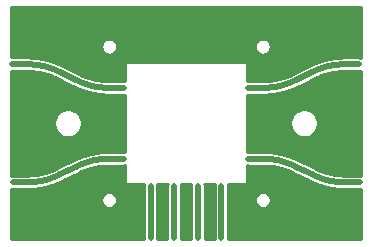
<source format=gbr>
G04 #@! TF.GenerationSoftware,KiCad,Pcbnew,5.1.5-52549c5~84~ubuntu18.04.1*
G04 #@! TF.CreationDate,2020-05-23T22:27:17-03:00*
G04 #@! TF.ProjectId,SampleHolder_Cryo,53616d70-6c65-4486-9f6c-6465725f4372,rev?*
G04 #@! TF.SameCoordinates,Original*
G04 #@! TF.FileFunction,Copper,L1,Top*
G04 #@! TF.FilePolarity,Positive*
%FSLAX46Y46*%
G04 Gerber Fmt 4.6, Leading zero omitted, Abs format (unit mm)*
G04 Created by KiCad (PCBNEW 5.1.5-52549c5~84~ubuntu18.04.1) date 2020-05-23 22:27:17*
%MOMM*%
%LPD*%
G04 APERTURE LIST*
%ADD10C,0.500000*%
%ADD11C,0.254000*%
G04 APERTURE END LIST*
D10*
X163500000Y-87000000D02*
X164621000Y-87000000D01*
X163500000Y-87000000D02*
X163407938Y-87000666D01*
X163407938Y-87000666D02*
X163315896Y-87002667D01*
X163315896Y-87002667D02*
X163223893Y-87006001D01*
X163223893Y-87006001D02*
X163131948Y-87010668D01*
X163131948Y-87010668D02*
X163040079Y-87016666D01*
X163040079Y-87016666D02*
X162948308Y-87023995D01*
X162948308Y-87023995D02*
X162856652Y-87032652D01*
X162856652Y-87032652D02*
X162765132Y-87042637D01*
X162765132Y-87042637D02*
X162673765Y-87053947D01*
X162673765Y-87053947D02*
X162582572Y-87066579D01*
X162582572Y-87066579D02*
X162491572Y-87080531D01*
X162491572Y-87080531D02*
X162400783Y-87095800D01*
X162400783Y-87095800D02*
X162310225Y-87112383D01*
X162310225Y-87112383D02*
X162219917Y-87130276D01*
X162219917Y-87130276D02*
X162129878Y-87149476D01*
X162129878Y-87149476D02*
X162040126Y-87169978D01*
X162040126Y-87169978D02*
X161950681Y-87191778D01*
X161950681Y-87191778D02*
X161861560Y-87214872D01*
X161861560Y-87214872D02*
X161772784Y-87239255D01*
X161772784Y-87239255D02*
X161684371Y-87264922D01*
X161684371Y-87264922D02*
X161596338Y-87291867D01*
X161596338Y-87291867D02*
X161508706Y-87320084D01*
X161508706Y-87320084D02*
X161421491Y-87349568D01*
X161421491Y-87349568D02*
X161334713Y-87380313D01*
X161334713Y-87380313D02*
X161248389Y-87412312D01*
X161248389Y-87412312D02*
X161162537Y-87445558D01*
X161162537Y-87445558D02*
X161077177Y-87480044D01*
X161077177Y-87480044D02*
X160992325Y-87515764D01*
X160992325Y-87515764D02*
X160908000Y-87552709D01*
X160908000Y-87552709D02*
X160824218Y-87590872D01*
X160824218Y-87590872D02*
X160740999Y-87630245D01*
X160740999Y-87630245D02*
X160658359Y-87670820D01*
X156500000Y-89000000D02*
X155251000Y-89000000D01*
X156500000Y-89000000D02*
X156592061Y-88999332D01*
X156592061Y-88999332D02*
X156684103Y-88997331D01*
X156684103Y-88997331D02*
X156776106Y-88993997D01*
X156776106Y-88993997D02*
X156868051Y-88989331D01*
X156868051Y-88989331D02*
X156959919Y-88983332D01*
X156959919Y-88983332D02*
X157051691Y-88976004D01*
X157051691Y-88976004D02*
X157143347Y-88967346D01*
X157143347Y-88967346D02*
X157234867Y-88957361D01*
X157234867Y-88957361D02*
X157326234Y-88946052D01*
X157326234Y-88946052D02*
X157417426Y-88933419D01*
X157417426Y-88933419D02*
X157508427Y-88919467D01*
X157508427Y-88919467D02*
X157599215Y-88904198D01*
X157599215Y-88904198D02*
X157689773Y-88887615D01*
X157689773Y-88887615D02*
X157780081Y-88869722D01*
X157780081Y-88869722D02*
X157870121Y-88850522D01*
X157870121Y-88850522D02*
X157959873Y-88830020D01*
X157959873Y-88830020D02*
X158049318Y-88808220D01*
X158049318Y-88808220D02*
X158138438Y-88785126D01*
X158138438Y-88785126D02*
X158227214Y-88760743D01*
X158227214Y-88760743D02*
X158315627Y-88735076D01*
X158315627Y-88735076D02*
X158403660Y-88708131D01*
X158403660Y-88708131D02*
X158491293Y-88679914D01*
X158491293Y-88679914D02*
X158578507Y-88650430D01*
X158578507Y-88650430D02*
X158665286Y-88619685D01*
X158665286Y-88619685D02*
X158751609Y-88587686D01*
X158751609Y-88587686D02*
X158837461Y-88554440D01*
X158837461Y-88554440D02*
X158922821Y-88519953D01*
X158922821Y-88519953D02*
X159007673Y-88484234D01*
X159007673Y-88484234D02*
X159091998Y-88447289D01*
X159091998Y-88447289D02*
X159175779Y-88409126D01*
X159175779Y-88409126D02*
X159258999Y-88369753D01*
X159258999Y-88369753D02*
X159341640Y-88329179D01*
X159341640Y-88329179D02*
X160658359Y-87670820D01*
X142765133Y-95042639D02*
X142673766Y-95053948D01*
X141861562Y-95214874D02*
X141772786Y-95239257D01*
X142310227Y-95112385D02*
X142219919Y-95130278D01*
X142219919Y-95130278D02*
X142129879Y-95149478D01*
X143500000Y-95000000D02*
X143407939Y-95000668D01*
X137780083Y-96869724D02*
X137870122Y-96850524D01*
X141421493Y-95349570D02*
X141334714Y-95380315D01*
X138751611Y-96587688D02*
X138837463Y-96554442D01*
X141248391Y-95412314D02*
X141162539Y-95445560D01*
X140658360Y-95670821D02*
X139341641Y-96329180D01*
X142129879Y-95149478D02*
X142040127Y-95169980D01*
X143500000Y-95000000D02*
X144749000Y-95000000D01*
X136500000Y-97000000D02*
X135379000Y-97000000D01*
X137689775Y-96887617D02*
X137780083Y-96869724D01*
X136684104Y-96997333D02*
X136776107Y-96993999D01*
X138837463Y-96554442D02*
X138922823Y-96519956D01*
X142491573Y-95080533D02*
X142400785Y-95095802D01*
X142400785Y-95095802D02*
X142310227Y-95112385D01*
X136776107Y-96993999D02*
X136868052Y-96989332D01*
X141772786Y-95239257D02*
X141684373Y-95264924D01*
X137051692Y-96976005D02*
X137143348Y-96967348D01*
X141162539Y-95445560D02*
X141077179Y-95480047D01*
X138665287Y-96619687D02*
X138751611Y-96587688D01*
X137234868Y-96957363D02*
X137326235Y-96946053D01*
X139175782Y-96409128D02*
X139259001Y-96369755D01*
X143131949Y-95010669D02*
X143040081Y-95016668D01*
X143315897Y-95002669D02*
X143223894Y-95006003D01*
X143223894Y-95006003D02*
X143131949Y-95010669D01*
X141508707Y-95320086D02*
X141421493Y-95349570D01*
X141950682Y-95191780D02*
X141861562Y-95214874D01*
X141077179Y-95480047D02*
X140992327Y-95515766D01*
X140992327Y-95515766D02*
X140908002Y-95552711D01*
X140824221Y-95590874D02*
X140741001Y-95630247D01*
X143407939Y-95000668D02*
X143315897Y-95002669D01*
X137870122Y-96850524D02*
X137959874Y-96830022D01*
X138922823Y-96519956D02*
X139007675Y-96484236D01*
X137143348Y-96967348D02*
X137234868Y-96957363D01*
X138227216Y-96760745D02*
X138315629Y-96735078D01*
X137326235Y-96946053D02*
X137417428Y-96933421D01*
X138315629Y-96735078D02*
X138403662Y-96708133D01*
X139007675Y-96484236D02*
X139092000Y-96447291D01*
X137417428Y-96933421D02*
X137508428Y-96919469D01*
X138578509Y-96650432D02*
X138665287Y-96619687D01*
X142040127Y-95169980D02*
X141950682Y-95191780D01*
X138403662Y-96708133D02*
X138491294Y-96679916D01*
X138491294Y-96679916D02*
X138578509Y-96650432D01*
X140908002Y-95552711D02*
X140824221Y-95590874D01*
X136868052Y-96989332D02*
X136959921Y-96983334D01*
X143040081Y-95016668D02*
X142948309Y-95023996D01*
X136959921Y-96983334D02*
X137051692Y-96976005D01*
X138049319Y-96808222D02*
X138138440Y-96785128D01*
X139092000Y-96447291D02*
X139175782Y-96409128D01*
X140741001Y-95630247D02*
X140658360Y-95670821D01*
X137959874Y-96830022D02*
X138049319Y-96808222D01*
X142856653Y-95032654D02*
X142765133Y-95042639D01*
X139259001Y-96369755D02*
X139341641Y-96329180D01*
X136500000Y-97000000D02*
X136592062Y-96999334D01*
X142673766Y-95053948D02*
X142582574Y-95066581D01*
X142582574Y-95066581D02*
X142491573Y-95080533D01*
X141334714Y-95380315D02*
X141248391Y-95412314D01*
X138138440Y-96785128D02*
X138227216Y-96760745D01*
X137508428Y-96919469D02*
X137599217Y-96904200D01*
X137599217Y-96904200D02*
X137689775Y-96887617D01*
X136592062Y-96999334D02*
X136684104Y-96997333D01*
X141596340Y-95291869D02*
X141508707Y-95320086D01*
X141684373Y-95264924D02*
X141596340Y-95291869D01*
X142948309Y-95023996D02*
X142856653Y-95032654D01*
X136500000Y-87000000D02*
X135254000Y-87000000D01*
X136500000Y-87000000D02*
X136592061Y-87000666D01*
X136592061Y-87000666D02*
X136684103Y-87002667D01*
X136684103Y-87002667D02*
X136776106Y-87006001D01*
X136776106Y-87006001D02*
X136868051Y-87010668D01*
X136868051Y-87010668D02*
X136959919Y-87016666D01*
X136959919Y-87016666D02*
X137051691Y-87023995D01*
X137051691Y-87023995D02*
X137143347Y-87032653D01*
X137143347Y-87032653D02*
X137234867Y-87042637D01*
X137234867Y-87042637D02*
X137326234Y-87053947D01*
X137326234Y-87053947D02*
X137417426Y-87066579D01*
X137417426Y-87066579D02*
X137508427Y-87080531D01*
X137508427Y-87080531D02*
X137599215Y-87095800D01*
X137599215Y-87095800D02*
X137689773Y-87112383D01*
X137689773Y-87112383D02*
X137780081Y-87130276D01*
X137780081Y-87130276D02*
X137870121Y-87149476D01*
X137870121Y-87149476D02*
X137959873Y-87169978D01*
X137959873Y-87169978D02*
X138049318Y-87191779D01*
X138049318Y-87191779D02*
X138138438Y-87214873D01*
X138138438Y-87214873D02*
X138227214Y-87239256D01*
X138227214Y-87239256D02*
X138315627Y-87264922D01*
X138315627Y-87264922D02*
X138403660Y-87291867D01*
X138403660Y-87291867D02*
X138491293Y-87320084D01*
X138491293Y-87320084D02*
X138578507Y-87349569D01*
X138578507Y-87349569D02*
X138665286Y-87380313D01*
X138665286Y-87380313D02*
X138751609Y-87412312D01*
X138751609Y-87412312D02*
X138837461Y-87445558D01*
X138837461Y-87445558D02*
X138922821Y-87480044D01*
X138922821Y-87480044D02*
X139007673Y-87515764D01*
X139007673Y-87515764D02*
X139091998Y-87552709D01*
X139091998Y-87552709D02*
X139175779Y-87590872D01*
X139175779Y-87590872D02*
X139258999Y-87630245D01*
X139258999Y-87630245D02*
X139341640Y-87670820D01*
X143500000Y-89000000D02*
X144754000Y-89000000D01*
X143500000Y-89000000D02*
X143407938Y-88999332D01*
X143407938Y-88999332D02*
X143315896Y-88997332D01*
X143315896Y-88997332D02*
X143223893Y-88993998D01*
X143223893Y-88993998D02*
X143131948Y-88989331D01*
X143131948Y-88989331D02*
X143040079Y-88983333D01*
X143040079Y-88983333D02*
X142948308Y-88976004D01*
X142948308Y-88976004D02*
X142856652Y-88967346D01*
X142856652Y-88967346D02*
X142765132Y-88957362D01*
X142765132Y-88957362D02*
X142673765Y-88946052D01*
X142673765Y-88946052D02*
X142582572Y-88933420D01*
X142582572Y-88933420D02*
X142491572Y-88919468D01*
X142491572Y-88919468D02*
X142400783Y-88904199D01*
X142400783Y-88904199D02*
X142310225Y-88887616D01*
X142310225Y-88887616D02*
X142219917Y-88869722D01*
X142219917Y-88869722D02*
X142129878Y-88850523D01*
X142129878Y-88850523D02*
X142040126Y-88830020D01*
X142040126Y-88830020D02*
X141950681Y-88808220D01*
X141950681Y-88808220D02*
X141861560Y-88785126D01*
X141861560Y-88785126D02*
X141772784Y-88760743D01*
X141772784Y-88760743D02*
X141684371Y-88735076D01*
X141684371Y-88735076D02*
X141596338Y-88708132D01*
X141596338Y-88708132D02*
X141508706Y-88679914D01*
X141508706Y-88679914D02*
X141421491Y-88650430D01*
X141421491Y-88650430D02*
X141334713Y-88619685D01*
X141334713Y-88619685D02*
X141248389Y-88587686D01*
X141248389Y-88587686D02*
X141162538Y-88554440D01*
X141162538Y-88554440D02*
X141077177Y-88519954D01*
X141077177Y-88519954D02*
X140992325Y-88484234D01*
X140992325Y-88484234D02*
X140908000Y-88447289D01*
X140908000Y-88447289D02*
X140824218Y-88409126D01*
X140824218Y-88409126D02*
X140740999Y-88369753D01*
X140740999Y-88369753D02*
X140658359Y-88329179D01*
X140658359Y-88329179D02*
X139341640Y-87670820D01*
X163315896Y-96997332D02*
X163223893Y-96993998D01*
X162856652Y-96967346D02*
X162765132Y-96957362D01*
X162765132Y-96957362D02*
X162673765Y-96946052D01*
X157870121Y-95149476D02*
X157959873Y-95169978D01*
X162673765Y-96946052D02*
X162582572Y-96933420D01*
X161684371Y-96735076D02*
X161596338Y-96708132D01*
X162310225Y-96887616D02*
X162219917Y-96869722D01*
X161077177Y-96519954D02*
X160992325Y-96484234D01*
X157780081Y-95130276D02*
X157870121Y-95149476D01*
X156959919Y-95016666D02*
X157051691Y-95023995D01*
X158049318Y-95191779D02*
X158138438Y-95214873D01*
X158227214Y-95239256D02*
X158315627Y-95264922D01*
X162582572Y-96933420D02*
X162491572Y-96919468D01*
X157508427Y-95080531D02*
X157599215Y-95095800D01*
X161248389Y-96587686D02*
X161162538Y-96554440D01*
X162400783Y-96904199D02*
X162310225Y-96887616D01*
X162040126Y-96830020D02*
X161950681Y-96808220D01*
X158578507Y-95349569D02*
X158665286Y-95380313D01*
X159007673Y-95515764D02*
X159091998Y-95552709D01*
X163500000Y-97000000D02*
X163407938Y-96999332D01*
X161421491Y-96650430D02*
X161334713Y-96619685D01*
X161861560Y-96785126D02*
X161772784Y-96760743D01*
X157417426Y-95066579D02*
X157508427Y-95080531D01*
X158751609Y-95412312D02*
X158837461Y-95445558D01*
X160992325Y-96484234D02*
X160908000Y-96447289D01*
X156868051Y-95010668D02*
X156959919Y-95016666D01*
X163407938Y-96999332D02*
X163315896Y-96997332D01*
X156500000Y-95000000D02*
X155254000Y-95000000D01*
X161162538Y-96554440D02*
X161077177Y-96519954D01*
X156684103Y-95002667D02*
X156776106Y-95006001D01*
X157143347Y-95032653D02*
X157234867Y-95042637D01*
X163500000Y-97000000D02*
X164754000Y-97000000D01*
X162948308Y-96976004D02*
X162856652Y-96967346D01*
X161508706Y-96679914D02*
X161421491Y-96650430D01*
X156776106Y-95006001D02*
X156868051Y-95010668D01*
X159258999Y-95630245D02*
X159341640Y-95670820D01*
X158315627Y-95264922D02*
X158403660Y-95291867D01*
X158922821Y-95480044D02*
X159007673Y-95515764D01*
X157959873Y-95169978D02*
X158049318Y-95191779D01*
X159091998Y-95552709D02*
X159175779Y-95590872D01*
X159175779Y-95590872D02*
X159258999Y-95630245D01*
X160908000Y-96447289D02*
X160824218Y-96409126D01*
X163040079Y-96983333D02*
X162948308Y-96976004D01*
X158837461Y-95445558D02*
X158922821Y-95480044D01*
X157326234Y-95053947D02*
X157417426Y-95066579D01*
X161334713Y-96619685D02*
X161248389Y-96587686D01*
X158491293Y-95320084D02*
X158578507Y-95349569D01*
X158665286Y-95380313D02*
X158751609Y-95412312D01*
X157599215Y-95095800D02*
X157689773Y-95112383D01*
X157051691Y-95023995D02*
X157143347Y-95032653D01*
X160658359Y-96329179D02*
X159341640Y-95670820D01*
X161950681Y-96808220D02*
X161861560Y-96785126D01*
X157234867Y-95042637D02*
X157326234Y-95053947D01*
X161596338Y-96708132D02*
X161508706Y-96679914D01*
X162219917Y-96869722D02*
X162129878Y-96850523D01*
X160824218Y-96409126D02*
X160740999Y-96369753D01*
X162491572Y-96919468D02*
X162400783Y-96904199D01*
X158138438Y-95214873D02*
X158227214Y-95239256D01*
X160740999Y-96369753D02*
X160658359Y-96329179D01*
X162129878Y-96850523D02*
X162040126Y-96830020D01*
X157689773Y-95112383D02*
X157780081Y-95130276D01*
X163131948Y-96989331D02*
X163040079Y-96983333D01*
X158403660Y-95291867D02*
X158491293Y-95320084D01*
X156500000Y-95000000D02*
X156592061Y-95000666D01*
X156592061Y-95000666D02*
X156684103Y-95002667D01*
X161772784Y-96760743D02*
X161684371Y-96735076D01*
X163223893Y-96993998D02*
X163131948Y-96989331D01*
X151000000Y-97300000D02*
X151000000Y-101724990D01*
X153000000Y-97300000D02*
X153000000Y-101724990D01*
X149000000Y-97300000D02*
X149000000Y-101724990D01*
X147000000Y-97300000D02*
X147000000Y-101724990D01*
D11*
G36*
X150431350Y-97186889D02*
G01*
X150423000Y-97271665D01*
X150423001Y-101753326D01*
X150431341Y-101838000D01*
X149568660Y-101838000D01*
X149577000Y-101753326D01*
X149577000Y-97271664D01*
X149568650Y-97186888D01*
X149561100Y-97162000D01*
X150438900Y-97162000D01*
X150431350Y-97186889D01*
G37*
X150431350Y-97186889D02*
X150423000Y-97271665D01*
X150423001Y-101753326D01*
X150431341Y-101838000D01*
X149568660Y-101838000D01*
X149577000Y-101753326D01*
X149577000Y-97271664D01*
X149568650Y-97186888D01*
X149561100Y-97162000D01*
X150438900Y-97162000D01*
X150431350Y-97186889D01*
G36*
X144838000Y-96992051D02*
G01*
X144837217Y-97000000D01*
X144840345Y-97031757D01*
X144849608Y-97062294D01*
X144864651Y-97090437D01*
X144879964Y-97109096D01*
X144884895Y-97115105D01*
X144909563Y-97135349D01*
X144937706Y-97150392D01*
X144968243Y-97159655D01*
X145000000Y-97162783D01*
X145007949Y-97162000D01*
X146438900Y-97162000D01*
X146431350Y-97186889D01*
X146423000Y-97271665D01*
X146423001Y-101753326D01*
X146431341Y-101838000D01*
X135162000Y-101838000D01*
X135162000Y-98433152D01*
X142821284Y-98433152D01*
X142821284Y-98566848D01*
X142847367Y-98697974D01*
X142898530Y-98821493D01*
X142972807Y-98932656D01*
X143067344Y-99027193D01*
X143178507Y-99101470D01*
X143302026Y-99152633D01*
X143433152Y-99178716D01*
X143566848Y-99178716D01*
X143697974Y-99152633D01*
X143821493Y-99101470D01*
X143932656Y-99027193D01*
X144027193Y-98932656D01*
X144101470Y-98821493D01*
X144152633Y-98697974D01*
X144178716Y-98566848D01*
X144178716Y-98433152D01*
X144152633Y-98302026D01*
X144101470Y-98178507D01*
X144027193Y-98067344D01*
X143932656Y-97972807D01*
X143821493Y-97898530D01*
X143697974Y-97847367D01*
X143566848Y-97821284D01*
X143433152Y-97821284D01*
X143302026Y-97847367D01*
X143178507Y-97898530D01*
X143067344Y-97972807D01*
X142972807Y-98067344D01*
X142898530Y-98178507D01*
X142847367Y-98302026D01*
X142821284Y-98433152D01*
X135162000Y-98433152D01*
X135162000Y-97537136D01*
X135265888Y-97568650D01*
X135350664Y-97577000D01*
X136473766Y-97577000D01*
X136475839Y-97577189D01*
X136501964Y-97577000D01*
X136528336Y-97577000D01*
X136530427Y-97576794D01*
X136572091Y-97576493D01*
X136576274Y-97576813D01*
X136600441Y-97576288D01*
X136624570Y-97576113D01*
X136628734Y-97575672D01*
X136672504Y-97574721D01*
X136676683Y-97574980D01*
X136700835Y-97574105D01*
X136724974Y-97573580D01*
X136729127Y-97573080D01*
X136772875Y-97571494D01*
X136777057Y-97571693D01*
X136801168Y-97570469D01*
X136825319Y-97569594D01*
X136829472Y-97569032D01*
X136873180Y-97566814D01*
X136877367Y-97566952D01*
X136901505Y-97565376D01*
X136925601Y-97564153D01*
X136929733Y-97563533D01*
X136973425Y-97560681D01*
X136977608Y-97560758D01*
X137001649Y-97558838D01*
X137025788Y-97557262D01*
X137029929Y-97556579D01*
X137073554Y-97553095D01*
X137077738Y-97553112D01*
X137101793Y-97550840D01*
X137125871Y-97548917D01*
X137129988Y-97548177D01*
X137173565Y-97544061D01*
X137177759Y-97544017D01*
X137201796Y-97541395D01*
X137225815Y-97539126D01*
X137229922Y-97538326D01*
X137273448Y-97533577D01*
X137277630Y-97533473D01*
X137301575Y-97530509D01*
X137325617Y-97527886D01*
X137329720Y-97527025D01*
X137373157Y-97521648D01*
X137377336Y-97521483D01*
X137401246Y-97518171D01*
X137425239Y-97515201D01*
X137429325Y-97514281D01*
X137472682Y-97508276D01*
X137476862Y-97508050D01*
X137500735Y-97504390D01*
X137524666Y-97501075D01*
X137528737Y-97500097D01*
X137572003Y-97493463D01*
X137576181Y-97493177D01*
X137600006Y-97489170D01*
X137623879Y-97485510D01*
X137627935Y-97484473D01*
X137671104Y-97477213D01*
X137675276Y-97476866D01*
X137699026Y-97472517D01*
X137722857Y-97468509D01*
X137726900Y-97467413D01*
X137769957Y-97459528D01*
X137774122Y-97459121D01*
X137797818Y-97454426D01*
X137821579Y-97450075D01*
X137825602Y-97448921D01*
X137868540Y-97440414D01*
X137872704Y-97439946D01*
X137896335Y-97434907D01*
X137920021Y-97430214D01*
X137924029Y-97429001D01*
X137966851Y-97419870D01*
X137970991Y-97419344D01*
X137994483Y-97413978D01*
X138018169Y-97408927D01*
X138022165Y-97407654D01*
X138064832Y-97397908D01*
X138068973Y-97397321D01*
X138092420Y-97391606D01*
X138115992Y-97386222D01*
X138119966Y-97384893D01*
X138162490Y-97374529D01*
X138166626Y-97373881D01*
X138190000Y-97367824D01*
X138213478Y-97362102D01*
X138217431Y-97360716D01*
X138259808Y-97349735D01*
X138263934Y-97349027D01*
X138287212Y-97342634D01*
X138310608Y-97336571D01*
X138314541Y-97335127D01*
X138356756Y-97323533D01*
X138360869Y-97322766D01*
X138384043Y-97316038D01*
X138407358Y-97309635D01*
X138411271Y-97308134D01*
X138453307Y-97295931D01*
X138457407Y-97295105D01*
X138480486Y-97288041D01*
X138503707Y-97281300D01*
X138507596Y-97279743D01*
X138549453Y-97266932D01*
X138553538Y-97266047D01*
X138576490Y-97258657D01*
X138599630Y-97251574D01*
X138603501Y-97249959D01*
X138645157Y-97236546D01*
X138649238Y-97235600D01*
X138672139Y-97227858D01*
X138695115Y-97220460D01*
X138698952Y-97218794D01*
X138740431Y-97204772D01*
X138744491Y-97203768D01*
X138767224Y-97195714D01*
X138790140Y-97187967D01*
X138793963Y-97186241D01*
X138835219Y-97171624D01*
X138839267Y-97170561D01*
X138861904Y-97162170D01*
X138884687Y-97154098D01*
X138888480Y-97152318D01*
X138929512Y-97137108D01*
X138933551Y-97135985D01*
X138956108Y-97127249D01*
X138978730Y-97118864D01*
X138982490Y-97117033D01*
X139023304Y-97101228D01*
X139027329Y-97100045D01*
X139049776Y-97090976D01*
X139072250Y-97082273D01*
X139075979Y-97080390D01*
X139116581Y-97063986D01*
X139120577Y-97062749D01*
X139142820Y-97053386D01*
X139165234Y-97044330D01*
X139168947Y-97042387D01*
X139209291Y-97025403D01*
X139213270Y-97024108D01*
X139235391Y-97014416D01*
X139257662Y-97005041D01*
X139261342Y-97003046D01*
X139301439Y-96985479D01*
X139305394Y-96984128D01*
X139327337Y-96974133D01*
X139349504Y-96964421D01*
X139353163Y-96962369D01*
X139392984Y-96944230D01*
X139396935Y-96942816D01*
X139418815Y-96932464D01*
X139440749Y-96922473D01*
X139444364Y-96920376D01*
X139483945Y-96901650D01*
X139487865Y-96900182D01*
X139509531Y-96889544D01*
X139531382Y-96879206D01*
X139534978Y-96877050D01*
X139572387Y-96858683D01*
X139574338Y-96857936D01*
X139597797Y-96846207D01*
X139621377Y-96834629D01*
X139623156Y-96833527D01*
X140914656Y-96187779D01*
X140991527Y-96150038D01*
X141067260Y-96114208D01*
X141143353Y-96079546D01*
X141220078Y-96045932D01*
X141297167Y-96013480D01*
X141374807Y-95982112D01*
X141452861Y-95951886D01*
X141531331Y-95922797D01*
X141610212Y-95894850D01*
X141689537Y-95868033D01*
X141769200Y-95842383D01*
X141849285Y-95817870D01*
X141929673Y-95794534D01*
X142010335Y-95772380D01*
X142091415Y-95751369D01*
X142172714Y-95731555D01*
X142254279Y-95712923D01*
X142336164Y-95695462D01*
X142418288Y-95679191D01*
X142500592Y-95664119D01*
X142583198Y-95650227D01*
X142665858Y-95637554D01*
X142748823Y-95626060D01*
X142831852Y-95615783D01*
X142915117Y-95606699D01*
X142998394Y-95598833D01*
X143081803Y-95592172D01*
X143165390Y-95586714D01*
X143248979Y-95582472D01*
X143332629Y-95579441D01*
X143416276Y-95577622D01*
X143502058Y-95577000D01*
X144777336Y-95577000D01*
X144838000Y-95571025D01*
X144838000Y-96992051D01*
G37*
X144838000Y-96992051D02*
X144837217Y-97000000D01*
X144840345Y-97031757D01*
X144849608Y-97062294D01*
X144864651Y-97090437D01*
X144879964Y-97109096D01*
X144884895Y-97115105D01*
X144909563Y-97135349D01*
X144937706Y-97150392D01*
X144968243Y-97159655D01*
X145000000Y-97162783D01*
X145007949Y-97162000D01*
X146438900Y-97162000D01*
X146431350Y-97186889D01*
X146423000Y-97271665D01*
X146423001Y-101753326D01*
X146431341Y-101838000D01*
X135162000Y-101838000D01*
X135162000Y-98433152D01*
X142821284Y-98433152D01*
X142821284Y-98566848D01*
X142847367Y-98697974D01*
X142898530Y-98821493D01*
X142972807Y-98932656D01*
X143067344Y-99027193D01*
X143178507Y-99101470D01*
X143302026Y-99152633D01*
X143433152Y-99178716D01*
X143566848Y-99178716D01*
X143697974Y-99152633D01*
X143821493Y-99101470D01*
X143932656Y-99027193D01*
X144027193Y-98932656D01*
X144101470Y-98821493D01*
X144152633Y-98697974D01*
X144178716Y-98566848D01*
X144178716Y-98433152D01*
X144152633Y-98302026D01*
X144101470Y-98178507D01*
X144027193Y-98067344D01*
X143932656Y-97972807D01*
X143821493Y-97898530D01*
X143697974Y-97847367D01*
X143566848Y-97821284D01*
X143433152Y-97821284D01*
X143302026Y-97847367D01*
X143178507Y-97898530D01*
X143067344Y-97972807D01*
X142972807Y-98067344D01*
X142898530Y-98178507D01*
X142847367Y-98302026D01*
X142821284Y-98433152D01*
X135162000Y-98433152D01*
X135162000Y-97537136D01*
X135265888Y-97568650D01*
X135350664Y-97577000D01*
X136473766Y-97577000D01*
X136475839Y-97577189D01*
X136501964Y-97577000D01*
X136528336Y-97577000D01*
X136530427Y-97576794D01*
X136572091Y-97576493D01*
X136576274Y-97576813D01*
X136600441Y-97576288D01*
X136624570Y-97576113D01*
X136628734Y-97575672D01*
X136672504Y-97574721D01*
X136676683Y-97574980D01*
X136700835Y-97574105D01*
X136724974Y-97573580D01*
X136729127Y-97573080D01*
X136772875Y-97571494D01*
X136777057Y-97571693D01*
X136801168Y-97570469D01*
X136825319Y-97569594D01*
X136829472Y-97569032D01*
X136873180Y-97566814D01*
X136877367Y-97566952D01*
X136901505Y-97565376D01*
X136925601Y-97564153D01*
X136929733Y-97563533D01*
X136973425Y-97560681D01*
X136977608Y-97560758D01*
X137001649Y-97558838D01*
X137025788Y-97557262D01*
X137029929Y-97556579D01*
X137073554Y-97553095D01*
X137077738Y-97553112D01*
X137101793Y-97550840D01*
X137125871Y-97548917D01*
X137129988Y-97548177D01*
X137173565Y-97544061D01*
X137177759Y-97544017D01*
X137201796Y-97541395D01*
X137225815Y-97539126D01*
X137229922Y-97538326D01*
X137273448Y-97533577D01*
X137277630Y-97533473D01*
X137301575Y-97530509D01*
X137325617Y-97527886D01*
X137329720Y-97527025D01*
X137373157Y-97521648D01*
X137377336Y-97521483D01*
X137401246Y-97518171D01*
X137425239Y-97515201D01*
X137429325Y-97514281D01*
X137472682Y-97508276D01*
X137476862Y-97508050D01*
X137500735Y-97504390D01*
X137524666Y-97501075D01*
X137528737Y-97500097D01*
X137572003Y-97493463D01*
X137576181Y-97493177D01*
X137600006Y-97489170D01*
X137623879Y-97485510D01*
X137627935Y-97484473D01*
X137671104Y-97477213D01*
X137675276Y-97476866D01*
X137699026Y-97472517D01*
X137722857Y-97468509D01*
X137726900Y-97467413D01*
X137769957Y-97459528D01*
X137774122Y-97459121D01*
X137797818Y-97454426D01*
X137821579Y-97450075D01*
X137825602Y-97448921D01*
X137868540Y-97440414D01*
X137872704Y-97439946D01*
X137896335Y-97434907D01*
X137920021Y-97430214D01*
X137924029Y-97429001D01*
X137966851Y-97419870D01*
X137970991Y-97419344D01*
X137994483Y-97413978D01*
X138018169Y-97408927D01*
X138022165Y-97407654D01*
X138064832Y-97397908D01*
X138068973Y-97397321D01*
X138092420Y-97391606D01*
X138115992Y-97386222D01*
X138119966Y-97384893D01*
X138162490Y-97374529D01*
X138166626Y-97373881D01*
X138190000Y-97367824D01*
X138213478Y-97362102D01*
X138217431Y-97360716D01*
X138259808Y-97349735D01*
X138263934Y-97349027D01*
X138287212Y-97342634D01*
X138310608Y-97336571D01*
X138314541Y-97335127D01*
X138356756Y-97323533D01*
X138360869Y-97322766D01*
X138384043Y-97316038D01*
X138407358Y-97309635D01*
X138411271Y-97308134D01*
X138453307Y-97295931D01*
X138457407Y-97295105D01*
X138480486Y-97288041D01*
X138503707Y-97281300D01*
X138507596Y-97279743D01*
X138549453Y-97266932D01*
X138553538Y-97266047D01*
X138576490Y-97258657D01*
X138599630Y-97251574D01*
X138603501Y-97249959D01*
X138645157Y-97236546D01*
X138649238Y-97235600D01*
X138672139Y-97227858D01*
X138695115Y-97220460D01*
X138698952Y-97218794D01*
X138740431Y-97204772D01*
X138744491Y-97203768D01*
X138767224Y-97195714D01*
X138790140Y-97187967D01*
X138793963Y-97186241D01*
X138835219Y-97171624D01*
X138839267Y-97170561D01*
X138861904Y-97162170D01*
X138884687Y-97154098D01*
X138888480Y-97152318D01*
X138929512Y-97137108D01*
X138933551Y-97135985D01*
X138956108Y-97127249D01*
X138978730Y-97118864D01*
X138982490Y-97117033D01*
X139023304Y-97101228D01*
X139027329Y-97100045D01*
X139049776Y-97090976D01*
X139072250Y-97082273D01*
X139075979Y-97080390D01*
X139116581Y-97063986D01*
X139120577Y-97062749D01*
X139142820Y-97053386D01*
X139165234Y-97044330D01*
X139168947Y-97042387D01*
X139209291Y-97025403D01*
X139213270Y-97024108D01*
X139235391Y-97014416D01*
X139257662Y-97005041D01*
X139261342Y-97003046D01*
X139301439Y-96985479D01*
X139305394Y-96984128D01*
X139327337Y-96974133D01*
X139349504Y-96964421D01*
X139353163Y-96962369D01*
X139392984Y-96944230D01*
X139396935Y-96942816D01*
X139418815Y-96932464D01*
X139440749Y-96922473D01*
X139444364Y-96920376D01*
X139483945Y-96901650D01*
X139487865Y-96900182D01*
X139509531Y-96889544D01*
X139531382Y-96879206D01*
X139534978Y-96877050D01*
X139572387Y-96858683D01*
X139574338Y-96857936D01*
X139597797Y-96846207D01*
X139621377Y-96834629D01*
X139623156Y-96833527D01*
X140914656Y-96187779D01*
X140991527Y-96150038D01*
X141067260Y-96114208D01*
X141143353Y-96079546D01*
X141220078Y-96045932D01*
X141297167Y-96013480D01*
X141374807Y-95982112D01*
X141452861Y-95951886D01*
X141531331Y-95922797D01*
X141610212Y-95894850D01*
X141689537Y-95868033D01*
X141769200Y-95842383D01*
X141849285Y-95817870D01*
X141929673Y-95794534D01*
X142010335Y-95772380D01*
X142091415Y-95751369D01*
X142172714Y-95731555D01*
X142254279Y-95712923D01*
X142336164Y-95695462D01*
X142418288Y-95679191D01*
X142500592Y-95664119D01*
X142583198Y-95650227D01*
X142665858Y-95637554D01*
X142748823Y-95626060D01*
X142831852Y-95615783D01*
X142915117Y-95606699D01*
X142998394Y-95598833D01*
X143081803Y-95592172D01*
X143165390Y-95586714D01*
X143248979Y-95582472D01*
X143332629Y-95579441D01*
X143416276Y-95577622D01*
X143502058Y-95577000D01*
X144777336Y-95577000D01*
X144838000Y-95571025D01*
X144838000Y-96992051D01*
G36*
X155225664Y-95577000D02*
G01*
X156498039Y-95577000D01*
X156583695Y-95577620D01*
X156667371Y-95579439D01*
X156751038Y-95582471D01*
X156834595Y-95586712D01*
X156918150Y-95592167D01*
X157001627Y-95598834D01*
X157084946Y-95606704D01*
X157168103Y-95615776D01*
X157251222Y-95626065D01*
X157334120Y-95637548D01*
X157416808Y-95650226D01*
X157499414Y-95664118D01*
X157581721Y-95679191D01*
X157663821Y-95695457D01*
X157745725Y-95712922D01*
X157827293Y-95731554D01*
X157908586Y-95751368D01*
X157989655Y-95772376D01*
X158070411Y-95794556D01*
X158150761Y-95817882D01*
X158230806Y-95842382D01*
X158310464Y-95868032D01*
X158389728Y-95894829D01*
X158468692Y-95922804D01*
X158547134Y-95951882D01*
X158625165Y-95982099D01*
X158702826Y-96013475D01*
X158779956Y-96045943D01*
X158856628Y-96079536D01*
X158932766Y-96114218D01*
X159008473Y-96150036D01*
X159085500Y-96187855D01*
X160376854Y-96833531D01*
X160378629Y-96834631D01*
X160402127Y-96846168D01*
X160425661Y-96857935D01*
X160427621Y-96858685D01*
X160465032Y-96877053D01*
X160468618Y-96879203D01*
X160490425Y-96889520D01*
X160512140Y-96900182D01*
X160516066Y-96901652D01*
X160555621Y-96920366D01*
X160559250Y-96922471D01*
X160581264Y-96932498D01*
X160603065Y-96942813D01*
X160607003Y-96944223D01*
X160646848Y-96962372D01*
X160650496Y-96964418D01*
X160672615Y-96974109D01*
X160694606Y-96984126D01*
X160698567Y-96985479D01*
X160738657Y-97003044D01*
X160742338Y-97005039D01*
X160764597Y-97014409D01*
X160786729Y-97024106D01*
X160790712Y-97025403D01*
X160831053Y-97042385D01*
X160834768Y-97044329D01*
X160857174Y-97053381D01*
X160879423Y-97062747D01*
X160883424Y-97063986D01*
X160924012Y-97080383D01*
X160927748Y-97082270D01*
X160950290Y-97090999D01*
X160972675Y-97100043D01*
X160976686Y-97101221D01*
X161017508Y-97117030D01*
X161021270Y-97118862D01*
X161043905Y-97127253D01*
X161066447Y-97135982D01*
X161070483Y-97137105D01*
X161111519Y-97152316D01*
X161115313Y-97154096D01*
X161138096Y-97162168D01*
X161160733Y-97170559D01*
X161164781Y-97171622D01*
X161206037Y-97186239D01*
X161209860Y-97187965D01*
X161232772Y-97195711D01*
X161255509Y-97203766D01*
X161259571Y-97204770D01*
X161301045Y-97218791D01*
X161304880Y-97220456D01*
X161327878Y-97227862D01*
X161350763Y-97235598D01*
X161354836Y-97236542D01*
X161396511Y-97249962D01*
X161400375Y-97251574D01*
X161423429Y-97258630D01*
X161446456Y-97266045D01*
X161450562Y-97266934D01*
X161492410Y-97279743D01*
X161496293Y-97281297D01*
X161519500Y-97288034D01*
X161542599Y-97295104D01*
X161546698Y-97295930D01*
X161588725Y-97308131D01*
X161592642Y-97309633D01*
X161615975Y-97316042D01*
X161639131Y-97322764D01*
X161643241Y-97323530D01*
X161685468Y-97335128D01*
X161689393Y-97336569D01*
X161712735Y-97342618D01*
X161736067Y-97349026D01*
X161740203Y-97349735D01*
X161782564Y-97360713D01*
X161786521Y-97362100D01*
X161810018Y-97367827D01*
X161833374Y-97373879D01*
X161837507Y-97374526D01*
X161880037Y-97384892D01*
X161884002Y-97386218D01*
X161907544Y-97391596D01*
X161931026Y-97397319D01*
X161935169Y-97397907D01*
X161977840Y-97407654D01*
X161981837Y-97408927D01*
X162005474Y-97413967D01*
X162029003Y-97419342D01*
X162033159Y-97419870D01*
X162075967Y-97428998D01*
X162079973Y-97430210D01*
X162103696Y-97434910D01*
X162127302Y-97439944D01*
X162131453Y-97440411D01*
X162174392Y-97448919D01*
X162178421Y-97450074D01*
X162202193Y-97454427D01*
X162225872Y-97459119D01*
X162230038Y-97459526D01*
X162273101Y-97467412D01*
X162277143Y-97468508D01*
X162300966Y-97472515D01*
X162324723Y-97476865D01*
X162328896Y-97477212D01*
X162372066Y-97484472D01*
X162376121Y-97485509D01*
X162399986Y-97489168D01*
X162423818Y-97493176D01*
X162427997Y-97493462D01*
X162471267Y-97500096D01*
X162475335Y-97501074D01*
X162499250Y-97504387D01*
X162523137Y-97508049D01*
X162527319Y-97508275D01*
X162570673Y-97514280D01*
X162574760Y-97515200D01*
X162598756Y-97518170D01*
X162622663Y-97521482D01*
X162626842Y-97521647D01*
X162670295Y-97527026D01*
X162674389Y-97527885D01*
X162698362Y-97530500D01*
X162722369Y-97533472D01*
X162726563Y-97533577D01*
X162770073Y-97538323D01*
X162774179Y-97539123D01*
X162798225Y-97541395D01*
X162822246Y-97544015D01*
X162826430Y-97544059D01*
X162870009Y-97548176D01*
X162874128Y-97548916D01*
X162898191Y-97550838D01*
X162922255Y-97553111D01*
X162926445Y-97553094D01*
X162970073Y-97556579D01*
X162974212Y-97557261D01*
X162998342Y-97558836D01*
X163022390Y-97560757D01*
X163026574Y-97560680D01*
X163070267Y-97563532D01*
X163074399Y-97564152D01*
X163098492Y-97565375D01*
X163122632Y-97566951D01*
X163126819Y-97566813D01*
X163170529Y-97569032D01*
X163174681Y-97569593D01*
X163198829Y-97570468D01*
X163222942Y-97571692D01*
X163227124Y-97571493D01*
X163270870Y-97573079D01*
X163275032Y-97573580D01*
X163299203Y-97574105D01*
X163323317Y-97574979D01*
X163327494Y-97574720D01*
X163371258Y-97575671D01*
X163375417Y-97576111D01*
X163399585Y-97576286D01*
X163423732Y-97576811D01*
X163427900Y-97576492D01*
X163469573Y-97576794D01*
X163471664Y-97577000D01*
X163497958Y-97577000D01*
X163524148Y-97577190D01*
X163526232Y-97577000D01*
X164782336Y-97577000D01*
X164838001Y-97571517D01*
X164838001Y-101838000D01*
X153568660Y-101838000D01*
X153577000Y-101753326D01*
X153577000Y-98433152D01*
X155821284Y-98433152D01*
X155821284Y-98566848D01*
X155847367Y-98697974D01*
X155898530Y-98821493D01*
X155972807Y-98932656D01*
X156067344Y-99027193D01*
X156178507Y-99101470D01*
X156302026Y-99152633D01*
X156433152Y-99178716D01*
X156566848Y-99178716D01*
X156697974Y-99152633D01*
X156821493Y-99101470D01*
X156932656Y-99027193D01*
X157027193Y-98932656D01*
X157101470Y-98821493D01*
X157152633Y-98697974D01*
X157178716Y-98566848D01*
X157178716Y-98433152D01*
X157152633Y-98302026D01*
X157101470Y-98178507D01*
X157027193Y-98067344D01*
X156932656Y-97972807D01*
X156821493Y-97898530D01*
X156697974Y-97847367D01*
X156566848Y-97821284D01*
X156433152Y-97821284D01*
X156302026Y-97847367D01*
X156178507Y-97898530D01*
X156067344Y-97972807D01*
X155972807Y-98067344D01*
X155898530Y-98178507D01*
X155847367Y-98302026D01*
X155821284Y-98433152D01*
X153577000Y-98433152D01*
X153577000Y-97271664D01*
X153568650Y-97186888D01*
X153561100Y-97162000D01*
X154992051Y-97162000D01*
X155000000Y-97162783D01*
X155007949Y-97162000D01*
X155031757Y-97159655D01*
X155062294Y-97150392D01*
X155090437Y-97135349D01*
X155115105Y-97115105D01*
X155135349Y-97090437D01*
X155150392Y-97062294D01*
X155159655Y-97031757D01*
X155162783Y-97000000D01*
X155162000Y-96992051D01*
X155162000Y-95570729D01*
X155225664Y-95577000D01*
G37*
X155225664Y-95577000D02*
X156498039Y-95577000D01*
X156583695Y-95577620D01*
X156667371Y-95579439D01*
X156751038Y-95582471D01*
X156834595Y-95586712D01*
X156918150Y-95592167D01*
X157001627Y-95598834D01*
X157084946Y-95606704D01*
X157168103Y-95615776D01*
X157251222Y-95626065D01*
X157334120Y-95637548D01*
X157416808Y-95650226D01*
X157499414Y-95664118D01*
X157581721Y-95679191D01*
X157663821Y-95695457D01*
X157745725Y-95712922D01*
X157827293Y-95731554D01*
X157908586Y-95751368D01*
X157989655Y-95772376D01*
X158070411Y-95794556D01*
X158150761Y-95817882D01*
X158230806Y-95842382D01*
X158310464Y-95868032D01*
X158389728Y-95894829D01*
X158468692Y-95922804D01*
X158547134Y-95951882D01*
X158625165Y-95982099D01*
X158702826Y-96013475D01*
X158779956Y-96045943D01*
X158856628Y-96079536D01*
X158932766Y-96114218D01*
X159008473Y-96150036D01*
X159085500Y-96187855D01*
X160376854Y-96833531D01*
X160378629Y-96834631D01*
X160402127Y-96846168D01*
X160425661Y-96857935D01*
X160427621Y-96858685D01*
X160465032Y-96877053D01*
X160468618Y-96879203D01*
X160490425Y-96889520D01*
X160512140Y-96900182D01*
X160516066Y-96901652D01*
X160555621Y-96920366D01*
X160559250Y-96922471D01*
X160581264Y-96932498D01*
X160603065Y-96942813D01*
X160607003Y-96944223D01*
X160646848Y-96962372D01*
X160650496Y-96964418D01*
X160672615Y-96974109D01*
X160694606Y-96984126D01*
X160698567Y-96985479D01*
X160738657Y-97003044D01*
X160742338Y-97005039D01*
X160764597Y-97014409D01*
X160786729Y-97024106D01*
X160790712Y-97025403D01*
X160831053Y-97042385D01*
X160834768Y-97044329D01*
X160857174Y-97053381D01*
X160879423Y-97062747D01*
X160883424Y-97063986D01*
X160924012Y-97080383D01*
X160927748Y-97082270D01*
X160950290Y-97090999D01*
X160972675Y-97100043D01*
X160976686Y-97101221D01*
X161017508Y-97117030D01*
X161021270Y-97118862D01*
X161043905Y-97127253D01*
X161066447Y-97135982D01*
X161070483Y-97137105D01*
X161111519Y-97152316D01*
X161115313Y-97154096D01*
X161138096Y-97162168D01*
X161160733Y-97170559D01*
X161164781Y-97171622D01*
X161206037Y-97186239D01*
X161209860Y-97187965D01*
X161232772Y-97195711D01*
X161255509Y-97203766D01*
X161259571Y-97204770D01*
X161301045Y-97218791D01*
X161304880Y-97220456D01*
X161327878Y-97227862D01*
X161350763Y-97235598D01*
X161354836Y-97236542D01*
X161396511Y-97249962D01*
X161400375Y-97251574D01*
X161423429Y-97258630D01*
X161446456Y-97266045D01*
X161450562Y-97266934D01*
X161492410Y-97279743D01*
X161496293Y-97281297D01*
X161519500Y-97288034D01*
X161542599Y-97295104D01*
X161546698Y-97295930D01*
X161588725Y-97308131D01*
X161592642Y-97309633D01*
X161615975Y-97316042D01*
X161639131Y-97322764D01*
X161643241Y-97323530D01*
X161685468Y-97335128D01*
X161689393Y-97336569D01*
X161712735Y-97342618D01*
X161736067Y-97349026D01*
X161740203Y-97349735D01*
X161782564Y-97360713D01*
X161786521Y-97362100D01*
X161810018Y-97367827D01*
X161833374Y-97373879D01*
X161837507Y-97374526D01*
X161880037Y-97384892D01*
X161884002Y-97386218D01*
X161907544Y-97391596D01*
X161931026Y-97397319D01*
X161935169Y-97397907D01*
X161977840Y-97407654D01*
X161981837Y-97408927D01*
X162005474Y-97413967D01*
X162029003Y-97419342D01*
X162033159Y-97419870D01*
X162075967Y-97428998D01*
X162079973Y-97430210D01*
X162103696Y-97434910D01*
X162127302Y-97439944D01*
X162131453Y-97440411D01*
X162174392Y-97448919D01*
X162178421Y-97450074D01*
X162202193Y-97454427D01*
X162225872Y-97459119D01*
X162230038Y-97459526D01*
X162273101Y-97467412D01*
X162277143Y-97468508D01*
X162300966Y-97472515D01*
X162324723Y-97476865D01*
X162328896Y-97477212D01*
X162372066Y-97484472D01*
X162376121Y-97485509D01*
X162399986Y-97489168D01*
X162423818Y-97493176D01*
X162427997Y-97493462D01*
X162471267Y-97500096D01*
X162475335Y-97501074D01*
X162499250Y-97504387D01*
X162523137Y-97508049D01*
X162527319Y-97508275D01*
X162570673Y-97514280D01*
X162574760Y-97515200D01*
X162598756Y-97518170D01*
X162622663Y-97521482D01*
X162626842Y-97521647D01*
X162670295Y-97527026D01*
X162674389Y-97527885D01*
X162698362Y-97530500D01*
X162722369Y-97533472D01*
X162726563Y-97533577D01*
X162770073Y-97538323D01*
X162774179Y-97539123D01*
X162798225Y-97541395D01*
X162822246Y-97544015D01*
X162826430Y-97544059D01*
X162870009Y-97548176D01*
X162874128Y-97548916D01*
X162898191Y-97550838D01*
X162922255Y-97553111D01*
X162926445Y-97553094D01*
X162970073Y-97556579D01*
X162974212Y-97557261D01*
X162998342Y-97558836D01*
X163022390Y-97560757D01*
X163026574Y-97560680D01*
X163070267Y-97563532D01*
X163074399Y-97564152D01*
X163098492Y-97565375D01*
X163122632Y-97566951D01*
X163126819Y-97566813D01*
X163170529Y-97569032D01*
X163174681Y-97569593D01*
X163198829Y-97570468D01*
X163222942Y-97571692D01*
X163227124Y-97571493D01*
X163270870Y-97573079D01*
X163275032Y-97573580D01*
X163299203Y-97574105D01*
X163323317Y-97574979D01*
X163327494Y-97574720D01*
X163371258Y-97575671D01*
X163375417Y-97576111D01*
X163399585Y-97576286D01*
X163423732Y-97576811D01*
X163427900Y-97576492D01*
X163469573Y-97576794D01*
X163471664Y-97577000D01*
X163497958Y-97577000D01*
X163524148Y-97577190D01*
X163526232Y-97577000D01*
X164782336Y-97577000D01*
X164838001Y-97571517D01*
X164838001Y-101838000D01*
X153568660Y-101838000D01*
X153577000Y-101753326D01*
X153577000Y-98433152D01*
X155821284Y-98433152D01*
X155821284Y-98566848D01*
X155847367Y-98697974D01*
X155898530Y-98821493D01*
X155972807Y-98932656D01*
X156067344Y-99027193D01*
X156178507Y-99101470D01*
X156302026Y-99152633D01*
X156433152Y-99178716D01*
X156566848Y-99178716D01*
X156697974Y-99152633D01*
X156821493Y-99101470D01*
X156932656Y-99027193D01*
X157027193Y-98932656D01*
X157101470Y-98821493D01*
X157152633Y-98697974D01*
X157178716Y-98566848D01*
X157178716Y-98433152D01*
X157152633Y-98302026D01*
X157101470Y-98178507D01*
X157027193Y-98067344D01*
X156932656Y-97972807D01*
X156821493Y-97898530D01*
X156697974Y-97847367D01*
X156566848Y-97821284D01*
X156433152Y-97821284D01*
X156302026Y-97847367D01*
X156178507Y-97898530D01*
X156067344Y-97972807D01*
X155972807Y-98067344D01*
X155898530Y-98178507D01*
X155847367Y-98302026D01*
X155821284Y-98433152D01*
X153577000Y-98433152D01*
X153577000Y-97271664D01*
X153568650Y-97186888D01*
X153561100Y-97162000D01*
X154992051Y-97162000D01*
X155000000Y-97162783D01*
X155007949Y-97162000D01*
X155031757Y-97159655D01*
X155062294Y-97150392D01*
X155090437Y-97135349D01*
X155115105Y-97115105D01*
X155135349Y-97090437D01*
X155150392Y-97062294D01*
X155159655Y-97031757D01*
X155162783Y-97000000D01*
X155162000Y-96992051D01*
X155162000Y-95570729D01*
X155225664Y-95577000D01*
G36*
X152431350Y-97186889D02*
G01*
X152423000Y-97271665D01*
X152423001Y-101753326D01*
X152431341Y-101838000D01*
X151568660Y-101838000D01*
X151577000Y-101753326D01*
X151577000Y-97271664D01*
X151568650Y-97186888D01*
X151561100Y-97162000D01*
X152438900Y-97162000D01*
X152431350Y-97186889D01*
G37*
X152431350Y-97186889D02*
X152423000Y-97271665D01*
X152423001Y-101753326D01*
X152431341Y-101838000D01*
X151568660Y-101838000D01*
X151577000Y-101753326D01*
X151577000Y-97271664D01*
X151568650Y-97186888D01*
X151561100Y-97162000D01*
X152438900Y-97162000D01*
X152431350Y-97186889D01*
G36*
X148431350Y-97186889D02*
G01*
X148423000Y-97271665D01*
X148423001Y-101753326D01*
X148431341Y-101838000D01*
X147568660Y-101838000D01*
X147577000Y-101753326D01*
X147577000Y-97271664D01*
X147568650Y-97186888D01*
X147561100Y-97162000D01*
X148438900Y-97162000D01*
X148431350Y-97186889D01*
G37*
X148431350Y-97186889D02*
X148423000Y-97271665D01*
X148423001Y-101753326D01*
X148431341Y-101838000D01*
X147568660Y-101838000D01*
X147577000Y-101753326D01*
X147577000Y-97271664D01*
X147568650Y-97186888D01*
X147561100Y-97162000D01*
X148438900Y-97162000D01*
X148431350Y-97186889D01*
G36*
X135225664Y-87577000D02*
G01*
X136498039Y-87577000D01*
X136583695Y-87577620D01*
X136667371Y-87579439D01*
X136751038Y-87582471D01*
X136834595Y-87586712D01*
X136918150Y-87592167D01*
X137001627Y-87598834D01*
X137084946Y-87606704D01*
X137168103Y-87615776D01*
X137251222Y-87626065D01*
X137334120Y-87637548D01*
X137416808Y-87650226D01*
X137499414Y-87664118D01*
X137581721Y-87679191D01*
X137663821Y-87695457D01*
X137745725Y-87712922D01*
X137827293Y-87731554D01*
X137908586Y-87751368D01*
X137989655Y-87772376D01*
X138070411Y-87794556D01*
X138150761Y-87817882D01*
X138230806Y-87842382D01*
X138310464Y-87868032D01*
X138389728Y-87894829D01*
X138468692Y-87922804D01*
X138547134Y-87951882D01*
X138625165Y-87982099D01*
X138702826Y-88013475D01*
X138779956Y-88045943D01*
X138856628Y-88079536D01*
X138932766Y-88114218D01*
X139008473Y-88150036D01*
X139085500Y-88187855D01*
X140376854Y-88833531D01*
X140378629Y-88834631D01*
X140402127Y-88846168D01*
X140425661Y-88857935D01*
X140427621Y-88858685D01*
X140465032Y-88877053D01*
X140468618Y-88879203D01*
X140490425Y-88889520D01*
X140512140Y-88900182D01*
X140516066Y-88901652D01*
X140555621Y-88920366D01*
X140559250Y-88922471D01*
X140581264Y-88932498D01*
X140603065Y-88942813D01*
X140607003Y-88944223D01*
X140646848Y-88962372D01*
X140650496Y-88964418D01*
X140672615Y-88974109D01*
X140694606Y-88984126D01*
X140698567Y-88985479D01*
X140738657Y-89003044D01*
X140742338Y-89005039D01*
X140764597Y-89014409D01*
X140786729Y-89024106D01*
X140790712Y-89025403D01*
X140831053Y-89042385D01*
X140834768Y-89044329D01*
X140857174Y-89053381D01*
X140879423Y-89062747D01*
X140883424Y-89063986D01*
X140924012Y-89080383D01*
X140927748Y-89082270D01*
X140950290Y-89090999D01*
X140972675Y-89100043D01*
X140976686Y-89101221D01*
X141017508Y-89117030D01*
X141021270Y-89118862D01*
X141043905Y-89127253D01*
X141066447Y-89135982D01*
X141070483Y-89137105D01*
X141111519Y-89152316D01*
X141115313Y-89154096D01*
X141138096Y-89162168D01*
X141160733Y-89170559D01*
X141164781Y-89171622D01*
X141206037Y-89186239D01*
X141209860Y-89187965D01*
X141232772Y-89195711D01*
X141255509Y-89203766D01*
X141259571Y-89204770D01*
X141301045Y-89218791D01*
X141304880Y-89220456D01*
X141327878Y-89227862D01*
X141350763Y-89235598D01*
X141354836Y-89236542D01*
X141396511Y-89249962D01*
X141400375Y-89251574D01*
X141423429Y-89258630D01*
X141446456Y-89266045D01*
X141450562Y-89266934D01*
X141492410Y-89279743D01*
X141496293Y-89281297D01*
X141519500Y-89288034D01*
X141542599Y-89295104D01*
X141546698Y-89295930D01*
X141588725Y-89308131D01*
X141592642Y-89309633D01*
X141615975Y-89316042D01*
X141639131Y-89322764D01*
X141643241Y-89323530D01*
X141685468Y-89335128D01*
X141689393Y-89336569D01*
X141712735Y-89342618D01*
X141736067Y-89349026D01*
X141740203Y-89349735D01*
X141782564Y-89360713D01*
X141786521Y-89362100D01*
X141810018Y-89367827D01*
X141833374Y-89373879D01*
X141837507Y-89374526D01*
X141880037Y-89384892D01*
X141884002Y-89386218D01*
X141907544Y-89391596D01*
X141931026Y-89397319D01*
X141935169Y-89397907D01*
X141977840Y-89407654D01*
X141981837Y-89408927D01*
X142005474Y-89413967D01*
X142029003Y-89419342D01*
X142033159Y-89419870D01*
X142075967Y-89428998D01*
X142079973Y-89430210D01*
X142103696Y-89434910D01*
X142127302Y-89439944D01*
X142131453Y-89440411D01*
X142174392Y-89448919D01*
X142178421Y-89450074D01*
X142202193Y-89454427D01*
X142225872Y-89459119D01*
X142230038Y-89459526D01*
X142273101Y-89467412D01*
X142277143Y-89468508D01*
X142300966Y-89472515D01*
X142324723Y-89476865D01*
X142328896Y-89477212D01*
X142372066Y-89484472D01*
X142376121Y-89485509D01*
X142399986Y-89489168D01*
X142423818Y-89493176D01*
X142427997Y-89493462D01*
X142471267Y-89500096D01*
X142475335Y-89501074D01*
X142499250Y-89504387D01*
X142523137Y-89508049D01*
X142527319Y-89508275D01*
X142570673Y-89514280D01*
X142574760Y-89515200D01*
X142598756Y-89518170D01*
X142622663Y-89521482D01*
X142626842Y-89521647D01*
X142670295Y-89527026D01*
X142674389Y-89527885D01*
X142698362Y-89530500D01*
X142722369Y-89533472D01*
X142726563Y-89533577D01*
X142770073Y-89538323D01*
X142774179Y-89539123D01*
X142798225Y-89541395D01*
X142822246Y-89544015D01*
X142826430Y-89544059D01*
X142870009Y-89548176D01*
X142874128Y-89548916D01*
X142898191Y-89550838D01*
X142922255Y-89553111D01*
X142926445Y-89553094D01*
X142970073Y-89556579D01*
X142974212Y-89557261D01*
X142998342Y-89558836D01*
X143022390Y-89560757D01*
X143026574Y-89560680D01*
X143070267Y-89563532D01*
X143074399Y-89564152D01*
X143098492Y-89565375D01*
X143122632Y-89566951D01*
X143126819Y-89566813D01*
X143170529Y-89569032D01*
X143174681Y-89569593D01*
X143198829Y-89570468D01*
X143222942Y-89571692D01*
X143227124Y-89571493D01*
X143270870Y-89573079D01*
X143275032Y-89573580D01*
X143299203Y-89574105D01*
X143323317Y-89574979D01*
X143327494Y-89574720D01*
X143371258Y-89575671D01*
X143375417Y-89576111D01*
X143399585Y-89576286D01*
X143423732Y-89576811D01*
X143427900Y-89576492D01*
X143469573Y-89576794D01*
X143471664Y-89577000D01*
X143497958Y-89577000D01*
X143524148Y-89577190D01*
X143526232Y-89577000D01*
X144782336Y-89577000D01*
X144838001Y-89571517D01*
X144838000Y-94428975D01*
X144777336Y-94423000D01*
X143526232Y-94423000D01*
X143524148Y-94422810D01*
X143497958Y-94423000D01*
X143471664Y-94423000D01*
X143469573Y-94423206D01*
X143427896Y-94423508D01*
X143423727Y-94423189D01*
X143399600Y-94423714D01*
X143375418Y-94423889D01*
X143371252Y-94424330D01*
X143327497Y-94425281D01*
X143323318Y-94425022D01*
X143299166Y-94425897D01*
X143275027Y-94426422D01*
X143270874Y-94426922D01*
X143227128Y-94428508D01*
X143222949Y-94428309D01*
X143198829Y-94429533D01*
X143174682Y-94430408D01*
X143170534Y-94430969D01*
X143126818Y-94433187D01*
X143122626Y-94433049D01*
X143098511Y-94434624D01*
X143074406Y-94435847D01*
X143070263Y-94436468D01*
X143026576Y-94439321D01*
X143022399Y-94439244D01*
X142998341Y-94441165D01*
X142974208Y-94442741D01*
X142970078Y-94443422D01*
X142926449Y-94446906D01*
X142922256Y-94446889D01*
X142898200Y-94449161D01*
X142874136Y-94451083D01*
X142870013Y-94451824D01*
X142826432Y-94455941D01*
X142822241Y-94455985D01*
X142798192Y-94458609D01*
X142774180Y-94460877D01*
X142770078Y-94461676D01*
X142726550Y-94466425D01*
X142722376Y-94466529D01*
X142698447Y-94469491D01*
X142674384Y-94472116D01*
X142670282Y-94472977D01*
X142626852Y-94478352D01*
X142622657Y-94478518D01*
X142598710Y-94481835D01*
X142574767Y-94484799D01*
X142570680Y-94485719D01*
X142527312Y-94491727D01*
X142523140Y-94491952D01*
X142499282Y-94495610D01*
X142475330Y-94498928D01*
X142471260Y-94499906D01*
X142428002Y-94506538D01*
X142423818Y-94506825D01*
X142399966Y-94510837D01*
X142376123Y-94514492D01*
X142372071Y-94515528D01*
X142328895Y-94522789D01*
X142324725Y-94523136D01*
X142300981Y-94527484D01*
X142277144Y-94531493D01*
X142273100Y-94532590D01*
X142230045Y-94540474D01*
X142225880Y-94540881D01*
X142202186Y-94545575D01*
X142178423Y-94549927D01*
X142174400Y-94551081D01*
X142131461Y-94559588D01*
X142127299Y-94560056D01*
X142103678Y-94565093D01*
X142079981Y-94569788D01*
X142075972Y-94571001D01*
X142033154Y-94580131D01*
X142029010Y-94580658D01*
X142005501Y-94586028D01*
X141981833Y-94591075D01*
X141977839Y-94592347D01*
X141935171Y-94602093D01*
X141931027Y-94602681D01*
X141907565Y-94608399D01*
X141884009Y-94613780D01*
X141880037Y-94615108D01*
X141837512Y-94625473D01*
X141833373Y-94626121D01*
X141809988Y-94632181D01*
X141786522Y-94637900D01*
X141782570Y-94639286D01*
X141740198Y-94650266D01*
X141736069Y-94650974D01*
X141712773Y-94657373D01*
X141689393Y-94663431D01*
X141685462Y-94664874D01*
X141643243Y-94676470D01*
X141639133Y-94677236D01*
X141615977Y-94683958D01*
X141592644Y-94690367D01*
X141588727Y-94691869D01*
X141546705Y-94704069D01*
X141542594Y-94704897D01*
X141519454Y-94711980D01*
X141496295Y-94718703D01*
X141492415Y-94720256D01*
X141450559Y-94733067D01*
X141446466Y-94733954D01*
X141423453Y-94741364D01*
X141400371Y-94748429D01*
X141396512Y-94750039D01*
X141354844Y-94763456D01*
X141350762Y-94764402D01*
X141327870Y-94772141D01*
X141304888Y-94779541D01*
X141301048Y-94781209D01*
X141259576Y-94795229D01*
X141255513Y-94796233D01*
X141232753Y-94804297D01*
X141209860Y-94812036D01*
X141206042Y-94813760D01*
X141164780Y-94828379D01*
X141160732Y-94829442D01*
X141138098Y-94837832D01*
X141115315Y-94845904D01*
X141111521Y-94847684D01*
X141070481Y-94862897D01*
X141066451Y-94864018D01*
X141043928Y-94872740D01*
X141021270Y-94881139D01*
X141017508Y-94882971D01*
X140976697Y-94898775D01*
X140972667Y-94899959D01*
X140950230Y-94909024D01*
X140927751Y-94917729D01*
X140924016Y-94919615D01*
X140883421Y-94936017D01*
X140879431Y-94937252D01*
X140857179Y-94946619D01*
X140834762Y-94955676D01*
X140831056Y-94957615D01*
X140790716Y-94974596D01*
X140786731Y-94975894D01*
X140764607Y-94985587D01*
X140742346Y-94994958D01*
X140738661Y-94996955D01*
X140698569Y-95014521D01*
X140694605Y-95015875D01*
X140672604Y-95025897D01*
X140650498Y-95035582D01*
X140646850Y-95037628D01*
X140607016Y-95055772D01*
X140603070Y-95057185D01*
X140581206Y-95067529D01*
X140559251Y-95077530D01*
X140555634Y-95079628D01*
X140516058Y-95098352D01*
X140512145Y-95099817D01*
X140490490Y-95110449D01*
X140468622Y-95120795D01*
X140465029Y-95122949D01*
X140427620Y-95141316D01*
X140425662Y-95142065D01*
X140402202Y-95153795D01*
X140378632Y-95165367D01*
X140376849Y-95166472D01*
X139085488Y-95812152D01*
X139008405Y-95849998D01*
X138932814Y-95885762D01*
X138856636Y-95920461D01*
X138779958Y-95954057D01*
X138702828Y-95986525D01*
X138625167Y-96017901D01*
X138547157Y-96048110D01*
X138468650Y-96077212D01*
X138389731Y-96105172D01*
X138310436Y-96131978D01*
X138230826Y-96157612D01*
X138150733Y-96182127D01*
X138070416Y-96205444D01*
X137989627Y-96227633D01*
X137908639Y-96248620D01*
X137827271Y-96268451D01*
X137745671Y-96287091D01*
X137663876Y-96304532D01*
X137581723Y-96320809D01*
X137499407Y-96335883D01*
X137416831Y-96349771D01*
X137334102Y-96362455D01*
X137251235Y-96373934D01*
X137168134Y-96384220D01*
X137084878Y-96393303D01*
X137001617Y-96401167D01*
X136918200Y-96407830D01*
X136834597Y-96413288D01*
X136751039Y-96417529D01*
X136667372Y-96420561D01*
X136583696Y-96422380D01*
X136498039Y-96423000D01*
X135350664Y-96423000D01*
X135265888Y-96431350D01*
X135162000Y-96462864D01*
X135162000Y-91884144D01*
X138823692Y-91884144D01*
X138823692Y-92115856D01*
X138868897Y-92343116D01*
X138957569Y-92557191D01*
X139086302Y-92749853D01*
X139250147Y-92913698D01*
X139442809Y-93042431D01*
X139656884Y-93131103D01*
X139884144Y-93176308D01*
X140115856Y-93176308D01*
X140343116Y-93131103D01*
X140557191Y-93042431D01*
X140749853Y-92913698D01*
X140913698Y-92749853D01*
X141042431Y-92557191D01*
X141131103Y-92343116D01*
X141176308Y-92115856D01*
X141176308Y-91884144D01*
X141131103Y-91656884D01*
X141042431Y-91442809D01*
X140913698Y-91250147D01*
X140749853Y-91086302D01*
X140557191Y-90957569D01*
X140343116Y-90868897D01*
X140115856Y-90823692D01*
X139884144Y-90823692D01*
X139656884Y-90868897D01*
X139442809Y-90957569D01*
X139250147Y-91086302D01*
X139086302Y-91250147D01*
X138957569Y-91442809D01*
X138868897Y-91656884D01*
X138823692Y-91884144D01*
X135162000Y-91884144D01*
X135162000Y-87570729D01*
X135225664Y-87577000D01*
G37*
X135225664Y-87577000D02*
X136498039Y-87577000D01*
X136583695Y-87577620D01*
X136667371Y-87579439D01*
X136751038Y-87582471D01*
X136834595Y-87586712D01*
X136918150Y-87592167D01*
X137001627Y-87598834D01*
X137084946Y-87606704D01*
X137168103Y-87615776D01*
X137251222Y-87626065D01*
X137334120Y-87637548D01*
X137416808Y-87650226D01*
X137499414Y-87664118D01*
X137581721Y-87679191D01*
X137663821Y-87695457D01*
X137745725Y-87712922D01*
X137827293Y-87731554D01*
X137908586Y-87751368D01*
X137989655Y-87772376D01*
X138070411Y-87794556D01*
X138150761Y-87817882D01*
X138230806Y-87842382D01*
X138310464Y-87868032D01*
X138389728Y-87894829D01*
X138468692Y-87922804D01*
X138547134Y-87951882D01*
X138625165Y-87982099D01*
X138702826Y-88013475D01*
X138779956Y-88045943D01*
X138856628Y-88079536D01*
X138932766Y-88114218D01*
X139008473Y-88150036D01*
X139085500Y-88187855D01*
X140376854Y-88833531D01*
X140378629Y-88834631D01*
X140402127Y-88846168D01*
X140425661Y-88857935D01*
X140427621Y-88858685D01*
X140465032Y-88877053D01*
X140468618Y-88879203D01*
X140490425Y-88889520D01*
X140512140Y-88900182D01*
X140516066Y-88901652D01*
X140555621Y-88920366D01*
X140559250Y-88922471D01*
X140581264Y-88932498D01*
X140603065Y-88942813D01*
X140607003Y-88944223D01*
X140646848Y-88962372D01*
X140650496Y-88964418D01*
X140672615Y-88974109D01*
X140694606Y-88984126D01*
X140698567Y-88985479D01*
X140738657Y-89003044D01*
X140742338Y-89005039D01*
X140764597Y-89014409D01*
X140786729Y-89024106D01*
X140790712Y-89025403D01*
X140831053Y-89042385D01*
X140834768Y-89044329D01*
X140857174Y-89053381D01*
X140879423Y-89062747D01*
X140883424Y-89063986D01*
X140924012Y-89080383D01*
X140927748Y-89082270D01*
X140950290Y-89090999D01*
X140972675Y-89100043D01*
X140976686Y-89101221D01*
X141017508Y-89117030D01*
X141021270Y-89118862D01*
X141043905Y-89127253D01*
X141066447Y-89135982D01*
X141070483Y-89137105D01*
X141111519Y-89152316D01*
X141115313Y-89154096D01*
X141138096Y-89162168D01*
X141160733Y-89170559D01*
X141164781Y-89171622D01*
X141206037Y-89186239D01*
X141209860Y-89187965D01*
X141232772Y-89195711D01*
X141255509Y-89203766D01*
X141259571Y-89204770D01*
X141301045Y-89218791D01*
X141304880Y-89220456D01*
X141327878Y-89227862D01*
X141350763Y-89235598D01*
X141354836Y-89236542D01*
X141396511Y-89249962D01*
X141400375Y-89251574D01*
X141423429Y-89258630D01*
X141446456Y-89266045D01*
X141450562Y-89266934D01*
X141492410Y-89279743D01*
X141496293Y-89281297D01*
X141519500Y-89288034D01*
X141542599Y-89295104D01*
X141546698Y-89295930D01*
X141588725Y-89308131D01*
X141592642Y-89309633D01*
X141615975Y-89316042D01*
X141639131Y-89322764D01*
X141643241Y-89323530D01*
X141685468Y-89335128D01*
X141689393Y-89336569D01*
X141712735Y-89342618D01*
X141736067Y-89349026D01*
X141740203Y-89349735D01*
X141782564Y-89360713D01*
X141786521Y-89362100D01*
X141810018Y-89367827D01*
X141833374Y-89373879D01*
X141837507Y-89374526D01*
X141880037Y-89384892D01*
X141884002Y-89386218D01*
X141907544Y-89391596D01*
X141931026Y-89397319D01*
X141935169Y-89397907D01*
X141977840Y-89407654D01*
X141981837Y-89408927D01*
X142005474Y-89413967D01*
X142029003Y-89419342D01*
X142033159Y-89419870D01*
X142075967Y-89428998D01*
X142079973Y-89430210D01*
X142103696Y-89434910D01*
X142127302Y-89439944D01*
X142131453Y-89440411D01*
X142174392Y-89448919D01*
X142178421Y-89450074D01*
X142202193Y-89454427D01*
X142225872Y-89459119D01*
X142230038Y-89459526D01*
X142273101Y-89467412D01*
X142277143Y-89468508D01*
X142300966Y-89472515D01*
X142324723Y-89476865D01*
X142328896Y-89477212D01*
X142372066Y-89484472D01*
X142376121Y-89485509D01*
X142399986Y-89489168D01*
X142423818Y-89493176D01*
X142427997Y-89493462D01*
X142471267Y-89500096D01*
X142475335Y-89501074D01*
X142499250Y-89504387D01*
X142523137Y-89508049D01*
X142527319Y-89508275D01*
X142570673Y-89514280D01*
X142574760Y-89515200D01*
X142598756Y-89518170D01*
X142622663Y-89521482D01*
X142626842Y-89521647D01*
X142670295Y-89527026D01*
X142674389Y-89527885D01*
X142698362Y-89530500D01*
X142722369Y-89533472D01*
X142726563Y-89533577D01*
X142770073Y-89538323D01*
X142774179Y-89539123D01*
X142798225Y-89541395D01*
X142822246Y-89544015D01*
X142826430Y-89544059D01*
X142870009Y-89548176D01*
X142874128Y-89548916D01*
X142898191Y-89550838D01*
X142922255Y-89553111D01*
X142926445Y-89553094D01*
X142970073Y-89556579D01*
X142974212Y-89557261D01*
X142998342Y-89558836D01*
X143022390Y-89560757D01*
X143026574Y-89560680D01*
X143070267Y-89563532D01*
X143074399Y-89564152D01*
X143098492Y-89565375D01*
X143122632Y-89566951D01*
X143126819Y-89566813D01*
X143170529Y-89569032D01*
X143174681Y-89569593D01*
X143198829Y-89570468D01*
X143222942Y-89571692D01*
X143227124Y-89571493D01*
X143270870Y-89573079D01*
X143275032Y-89573580D01*
X143299203Y-89574105D01*
X143323317Y-89574979D01*
X143327494Y-89574720D01*
X143371258Y-89575671D01*
X143375417Y-89576111D01*
X143399585Y-89576286D01*
X143423732Y-89576811D01*
X143427900Y-89576492D01*
X143469573Y-89576794D01*
X143471664Y-89577000D01*
X143497958Y-89577000D01*
X143524148Y-89577190D01*
X143526232Y-89577000D01*
X144782336Y-89577000D01*
X144838001Y-89571517D01*
X144838000Y-94428975D01*
X144777336Y-94423000D01*
X143526232Y-94423000D01*
X143524148Y-94422810D01*
X143497958Y-94423000D01*
X143471664Y-94423000D01*
X143469573Y-94423206D01*
X143427896Y-94423508D01*
X143423727Y-94423189D01*
X143399600Y-94423714D01*
X143375418Y-94423889D01*
X143371252Y-94424330D01*
X143327497Y-94425281D01*
X143323318Y-94425022D01*
X143299166Y-94425897D01*
X143275027Y-94426422D01*
X143270874Y-94426922D01*
X143227128Y-94428508D01*
X143222949Y-94428309D01*
X143198829Y-94429533D01*
X143174682Y-94430408D01*
X143170534Y-94430969D01*
X143126818Y-94433187D01*
X143122626Y-94433049D01*
X143098511Y-94434624D01*
X143074406Y-94435847D01*
X143070263Y-94436468D01*
X143026576Y-94439321D01*
X143022399Y-94439244D01*
X142998341Y-94441165D01*
X142974208Y-94442741D01*
X142970078Y-94443422D01*
X142926449Y-94446906D01*
X142922256Y-94446889D01*
X142898200Y-94449161D01*
X142874136Y-94451083D01*
X142870013Y-94451824D01*
X142826432Y-94455941D01*
X142822241Y-94455985D01*
X142798192Y-94458609D01*
X142774180Y-94460877D01*
X142770078Y-94461676D01*
X142726550Y-94466425D01*
X142722376Y-94466529D01*
X142698447Y-94469491D01*
X142674384Y-94472116D01*
X142670282Y-94472977D01*
X142626852Y-94478352D01*
X142622657Y-94478518D01*
X142598710Y-94481835D01*
X142574767Y-94484799D01*
X142570680Y-94485719D01*
X142527312Y-94491727D01*
X142523140Y-94491952D01*
X142499282Y-94495610D01*
X142475330Y-94498928D01*
X142471260Y-94499906D01*
X142428002Y-94506538D01*
X142423818Y-94506825D01*
X142399966Y-94510837D01*
X142376123Y-94514492D01*
X142372071Y-94515528D01*
X142328895Y-94522789D01*
X142324725Y-94523136D01*
X142300981Y-94527484D01*
X142277144Y-94531493D01*
X142273100Y-94532590D01*
X142230045Y-94540474D01*
X142225880Y-94540881D01*
X142202186Y-94545575D01*
X142178423Y-94549927D01*
X142174400Y-94551081D01*
X142131461Y-94559588D01*
X142127299Y-94560056D01*
X142103678Y-94565093D01*
X142079981Y-94569788D01*
X142075972Y-94571001D01*
X142033154Y-94580131D01*
X142029010Y-94580658D01*
X142005501Y-94586028D01*
X141981833Y-94591075D01*
X141977839Y-94592347D01*
X141935171Y-94602093D01*
X141931027Y-94602681D01*
X141907565Y-94608399D01*
X141884009Y-94613780D01*
X141880037Y-94615108D01*
X141837512Y-94625473D01*
X141833373Y-94626121D01*
X141809988Y-94632181D01*
X141786522Y-94637900D01*
X141782570Y-94639286D01*
X141740198Y-94650266D01*
X141736069Y-94650974D01*
X141712773Y-94657373D01*
X141689393Y-94663431D01*
X141685462Y-94664874D01*
X141643243Y-94676470D01*
X141639133Y-94677236D01*
X141615977Y-94683958D01*
X141592644Y-94690367D01*
X141588727Y-94691869D01*
X141546705Y-94704069D01*
X141542594Y-94704897D01*
X141519454Y-94711980D01*
X141496295Y-94718703D01*
X141492415Y-94720256D01*
X141450559Y-94733067D01*
X141446466Y-94733954D01*
X141423453Y-94741364D01*
X141400371Y-94748429D01*
X141396512Y-94750039D01*
X141354844Y-94763456D01*
X141350762Y-94764402D01*
X141327870Y-94772141D01*
X141304888Y-94779541D01*
X141301048Y-94781209D01*
X141259576Y-94795229D01*
X141255513Y-94796233D01*
X141232753Y-94804297D01*
X141209860Y-94812036D01*
X141206042Y-94813760D01*
X141164780Y-94828379D01*
X141160732Y-94829442D01*
X141138098Y-94837832D01*
X141115315Y-94845904D01*
X141111521Y-94847684D01*
X141070481Y-94862897D01*
X141066451Y-94864018D01*
X141043928Y-94872740D01*
X141021270Y-94881139D01*
X141017508Y-94882971D01*
X140976697Y-94898775D01*
X140972667Y-94899959D01*
X140950230Y-94909024D01*
X140927751Y-94917729D01*
X140924016Y-94919615D01*
X140883421Y-94936017D01*
X140879431Y-94937252D01*
X140857179Y-94946619D01*
X140834762Y-94955676D01*
X140831056Y-94957615D01*
X140790716Y-94974596D01*
X140786731Y-94975894D01*
X140764607Y-94985587D01*
X140742346Y-94994958D01*
X140738661Y-94996955D01*
X140698569Y-95014521D01*
X140694605Y-95015875D01*
X140672604Y-95025897D01*
X140650498Y-95035582D01*
X140646850Y-95037628D01*
X140607016Y-95055772D01*
X140603070Y-95057185D01*
X140581206Y-95067529D01*
X140559251Y-95077530D01*
X140555634Y-95079628D01*
X140516058Y-95098352D01*
X140512145Y-95099817D01*
X140490490Y-95110449D01*
X140468622Y-95120795D01*
X140465029Y-95122949D01*
X140427620Y-95141316D01*
X140425662Y-95142065D01*
X140402202Y-95153795D01*
X140378632Y-95165367D01*
X140376849Y-95166472D01*
X139085488Y-95812152D01*
X139008405Y-95849998D01*
X138932814Y-95885762D01*
X138856636Y-95920461D01*
X138779958Y-95954057D01*
X138702828Y-95986525D01*
X138625167Y-96017901D01*
X138547157Y-96048110D01*
X138468650Y-96077212D01*
X138389731Y-96105172D01*
X138310436Y-96131978D01*
X138230826Y-96157612D01*
X138150733Y-96182127D01*
X138070416Y-96205444D01*
X137989627Y-96227633D01*
X137908639Y-96248620D01*
X137827271Y-96268451D01*
X137745671Y-96287091D01*
X137663876Y-96304532D01*
X137581723Y-96320809D01*
X137499407Y-96335883D01*
X137416831Y-96349771D01*
X137334102Y-96362455D01*
X137251235Y-96373934D01*
X137168134Y-96384220D01*
X137084878Y-96393303D01*
X137001617Y-96401167D01*
X136918200Y-96407830D01*
X136834597Y-96413288D01*
X136751039Y-96417529D01*
X136667372Y-96420561D01*
X136583696Y-96422380D01*
X136498039Y-96423000D01*
X135350664Y-96423000D01*
X135265888Y-96431350D01*
X135162000Y-96462864D01*
X135162000Y-91884144D01*
X138823692Y-91884144D01*
X138823692Y-92115856D01*
X138868897Y-92343116D01*
X138957569Y-92557191D01*
X139086302Y-92749853D01*
X139250147Y-92913698D01*
X139442809Y-93042431D01*
X139656884Y-93131103D01*
X139884144Y-93176308D01*
X140115856Y-93176308D01*
X140343116Y-93131103D01*
X140557191Y-93042431D01*
X140749853Y-92913698D01*
X140913698Y-92749853D01*
X141042431Y-92557191D01*
X141131103Y-92343116D01*
X141176308Y-92115856D01*
X141176308Y-91884144D01*
X141131103Y-91656884D01*
X141042431Y-91442809D01*
X140913698Y-91250147D01*
X140749853Y-91086302D01*
X140557191Y-90957569D01*
X140343116Y-90868897D01*
X140115856Y-90823692D01*
X139884144Y-90823692D01*
X139656884Y-90868897D01*
X139442809Y-90957569D01*
X139250147Y-91086302D01*
X139086302Y-91250147D01*
X138957569Y-91442809D01*
X138868897Y-91656884D01*
X138823692Y-91884144D01*
X135162000Y-91884144D01*
X135162000Y-87570729D01*
X135225664Y-87577000D01*
G36*
X164838001Y-96428483D02*
G01*
X164782336Y-96423000D01*
X163502058Y-96423000D01*
X163416304Y-96422378D01*
X163332606Y-96420559D01*
X163248960Y-96417528D01*
X163165405Y-96413287D01*
X163081797Y-96407828D01*
X162998391Y-96401167D01*
X162915057Y-96393295D01*
X162831893Y-96384223D01*
X162748779Y-96373934D01*
X162665901Y-96362454D01*
X162583175Y-96349771D01*
X162500599Y-96335883D01*
X162418261Y-96320806D01*
X162336174Y-96304541D01*
X162254255Y-96287073D01*
X162172717Y-96268446D01*
X162091390Y-96248625D01*
X162010359Y-96227627D01*
X161929671Y-96205466D01*
X161849231Y-96182115D01*
X161769222Y-96157626D01*
X161689542Y-96131969D01*
X161610252Y-96105164D01*
X161531350Y-96077210D01*
X161452848Y-96048110D01*
X161374794Y-96017883D01*
X161297220Y-95986544D01*
X161220082Y-95954071D01*
X161143351Y-95920454D01*
X161067249Y-95885789D01*
X160991501Y-95849951D01*
X160914647Y-95812217D01*
X159623151Y-95166471D01*
X159621372Y-95165369D01*
X159597802Y-95153796D01*
X159574337Y-95142064D01*
X159572385Y-95141317D01*
X159534972Y-95122948D01*
X159531378Y-95120793D01*
X159509536Y-95110459D01*
X159487861Y-95099817D01*
X159483939Y-95098349D01*
X159444360Y-95079623D01*
X159440748Y-95077528D01*
X159418820Y-95067540D01*
X159396930Y-95057183D01*
X159392979Y-95055769D01*
X159353163Y-95037632D01*
X159349502Y-95035579D01*
X159327326Y-95025863D01*
X159305394Y-95015873D01*
X159301439Y-95014522D01*
X159261340Y-94996954D01*
X159257660Y-94994959D01*
X159235389Y-94985584D01*
X159213268Y-94975892D01*
X159209289Y-94974597D01*
X159168945Y-94957613D01*
X159165232Y-94955670D01*
X159142818Y-94946614D01*
X159120575Y-94937251D01*
X159116579Y-94936014D01*
X159075977Y-94919610D01*
X159072248Y-94917727D01*
X159049774Y-94909024D01*
X159027327Y-94899955D01*
X159023302Y-94898772D01*
X158982487Y-94882967D01*
X158978730Y-94881137D01*
X158956118Y-94872755D01*
X158933549Y-94864015D01*
X158929509Y-94862891D01*
X158888481Y-94847683D01*
X158884679Y-94845899D01*
X158861869Y-94837818D01*
X158839268Y-94829440D01*
X158835222Y-94828377D01*
X158793954Y-94813757D01*
X158790145Y-94812037D01*
X158767265Y-94804302D01*
X158744481Y-94796230D01*
X158740420Y-94795226D01*
X158698957Y-94781209D01*
X158695112Y-94779539D01*
X158672118Y-94772135D01*
X158649244Y-94764402D01*
X158645163Y-94763456D01*
X158603494Y-94750039D01*
X158599628Y-94748426D01*
X158576513Y-94741351D01*
X158553534Y-94733952D01*
X158549445Y-94733066D01*
X158507581Y-94720253D01*
X158503699Y-94718699D01*
X158480531Y-94711973D01*
X158457405Y-94704895D01*
X158453297Y-94704067D01*
X158411266Y-94691866D01*
X158407356Y-94690366D01*
X158384058Y-94683967D01*
X158360861Y-94677233D01*
X158356745Y-94676466D01*
X158314543Y-94664875D01*
X158310607Y-94663430D01*
X158287188Y-94657361D01*
X158263932Y-94650974D01*
X158259812Y-94650267D01*
X158217431Y-94639285D01*
X158213484Y-94637901D01*
X158190028Y-94632184D01*
X158166627Y-94626120D01*
X158162489Y-94625472D01*
X158119967Y-94615108D01*
X158115991Y-94613778D01*
X158092431Y-94608396D01*
X158068978Y-94602680D01*
X158064832Y-94602092D01*
X158022157Y-94592344D01*
X158018166Y-94591073D01*
X157994511Y-94586029D01*
X157970990Y-94580656D01*
X157966845Y-94580129D01*
X157924029Y-94570999D01*
X157920019Y-94569786D01*
X157896319Y-94565090D01*
X157872701Y-94560054D01*
X157868539Y-94559586D01*
X157825600Y-94551079D01*
X157821577Y-94549925D01*
X157797816Y-94545574D01*
X157774120Y-94540879D01*
X157769955Y-94540472D01*
X157726901Y-94532588D01*
X157722856Y-94531491D01*
X157699011Y-94527481D01*
X157675274Y-94523134D01*
X157671105Y-94522787D01*
X157627930Y-94515526D01*
X157623877Y-94514490D01*
X157600027Y-94510833D01*
X157576181Y-94506823D01*
X157571999Y-94506536D01*
X157528736Y-94499904D01*
X157524664Y-94498925D01*
X157500721Y-94495608D01*
X157476859Y-94491950D01*
X157472682Y-94491724D01*
X157429324Y-94485718D01*
X157425238Y-94484799D01*
X157401251Y-94481830D01*
X157377336Y-94478517D01*
X157373156Y-94478352D01*
X157329705Y-94472973D01*
X157325610Y-94472114D01*
X157301630Y-94469498D01*
X157277629Y-94466527D01*
X157273435Y-94466422D01*
X157229926Y-94461676D01*
X157225820Y-94460876D01*
X157201769Y-94458604D01*
X157177752Y-94455984D01*
X157173569Y-94455940D01*
X157129999Y-94451824D01*
X157125870Y-94451082D01*
X157101752Y-94449156D01*
X157077743Y-94446888D01*
X157073561Y-94446905D01*
X157029913Y-94443419D01*
X157025787Y-94442739D01*
X157001711Y-94441167D01*
X156977606Y-94439242D01*
X156973416Y-94439319D01*
X156929736Y-94436467D01*
X156925600Y-94435847D01*
X156901496Y-94434624D01*
X156877367Y-94433048D01*
X156873179Y-94433186D01*
X156829471Y-94430968D01*
X156825318Y-94430406D01*
X156801167Y-94429531D01*
X156777056Y-94428307D01*
X156772874Y-94428506D01*
X156729126Y-94426920D01*
X156724973Y-94426420D01*
X156700834Y-94425895D01*
X156676682Y-94425020D01*
X156672503Y-94425279D01*
X156628733Y-94424328D01*
X156624569Y-94423887D01*
X156600440Y-94423712D01*
X156576273Y-94423187D01*
X156572090Y-94423507D01*
X156530427Y-94423206D01*
X156528336Y-94423000D01*
X156501964Y-94423000D01*
X156475839Y-94422811D01*
X156473766Y-94423000D01*
X155225664Y-94423000D01*
X155162000Y-94429271D01*
X155162000Y-91884144D01*
X158823692Y-91884144D01*
X158823692Y-92115856D01*
X158868897Y-92343116D01*
X158957569Y-92557191D01*
X159086302Y-92749853D01*
X159250147Y-92913698D01*
X159442809Y-93042431D01*
X159656884Y-93131103D01*
X159884144Y-93176308D01*
X160115856Y-93176308D01*
X160343116Y-93131103D01*
X160557191Y-93042431D01*
X160749853Y-92913698D01*
X160913698Y-92749853D01*
X161042431Y-92557191D01*
X161131103Y-92343116D01*
X161176308Y-92115856D01*
X161176308Y-91884144D01*
X161131103Y-91656884D01*
X161042431Y-91442809D01*
X160913698Y-91250147D01*
X160749853Y-91086302D01*
X160557191Y-90957569D01*
X160343116Y-90868897D01*
X160115856Y-90823692D01*
X159884144Y-90823692D01*
X159656884Y-90868897D01*
X159442809Y-90957569D01*
X159250147Y-91086302D01*
X159086302Y-91250147D01*
X158957569Y-91442809D01*
X158868897Y-91656884D01*
X158823692Y-91884144D01*
X155162000Y-91884144D01*
X155162000Y-89571025D01*
X155222664Y-89577000D01*
X156473768Y-89577000D01*
X156475852Y-89577190D01*
X156502042Y-89577000D01*
X156528336Y-89577000D01*
X156530427Y-89576794D01*
X156572104Y-89576492D01*
X156576273Y-89576811D01*
X156600400Y-89576286D01*
X156624582Y-89576111D01*
X156628748Y-89575670D01*
X156672503Y-89574719D01*
X156676682Y-89574978D01*
X156700834Y-89574103D01*
X156724973Y-89573578D01*
X156729126Y-89573078D01*
X156772871Y-89571492D01*
X156777050Y-89571691D01*
X156801168Y-89570467D01*
X156825318Y-89569592D01*
X156829466Y-89569031D01*
X156873181Y-89566813D01*
X156877373Y-89566951D01*
X156901487Y-89565376D01*
X156925594Y-89564153D01*
X156929737Y-89563532D01*
X156973424Y-89560679D01*
X156977600Y-89560756D01*
X157001652Y-89558835D01*
X157025793Y-89557259D01*
X157029925Y-89556578D01*
X157073551Y-89553094D01*
X157077743Y-89553111D01*
X157101796Y-89550839D01*
X157125864Y-89548917D01*
X157129988Y-89548176D01*
X157173568Y-89544059D01*
X157177758Y-89544015D01*
X157201802Y-89541392D01*
X157225820Y-89539123D01*
X157229923Y-89538324D01*
X157273450Y-89533575D01*
X157277623Y-89533471D01*
X157301546Y-89530510D01*
X157325616Y-89527884D01*
X157329719Y-89527023D01*
X157373147Y-89521648D01*
X157377342Y-89521482D01*
X157401290Y-89518164D01*
X157425232Y-89515201D01*
X157429319Y-89514281D01*
X157472688Y-89508273D01*
X157476859Y-89508048D01*
X157500711Y-89504391D01*
X157524670Y-89501072D01*
X157528741Y-89500094D01*
X157571999Y-89493462D01*
X157576181Y-89493175D01*
X157600027Y-89489165D01*
X157623877Y-89485508D01*
X157627930Y-89484472D01*
X157671105Y-89477211D01*
X157675274Y-89476864D01*
X157699011Y-89472517D01*
X157722856Y-89468507D01*
X157726901Y-89467410D01*
X157769955Y-89459526D01*
X157774120Y-89459119D01*
X157797816Y-89454424D01*
X157821577Y-89450073D01*
X157825600Y-89448919D01*
X157868539Y-89440412D01*
X157872701Y-89439944D01*
X157896319Y-89434908D01*
X157920019Y-89430212D01*
X157924029Y-89428999D01*
X157966845Y-89419869D01*
X157970990Y-89419342D01*
X157994511Y-89413969D01*
X158018166Y-89408925D01*
X158022157Y-89407654D01*
X158064831Y-89397906D01*
X158068972Y-89397319D01*
X158092419Y-89391604D01*
X158115991Y-89386220D01*
X158119965Y-89384891D01*
X158162486Y-89374528D01*
X158166627Y-89373879D01*
X158190028Y-89367815D01*
X158213477Y-89362100D01*
X158217426Y-89360715D01*
X158259812Y-89349732D01*
X158263932Y-89349025D01*
X158287188Y-89342638D01*
X158310607Y-89336569D01*
X158314543Y-89335124D01*
X158356754Y-89323531D01*
X158360867Y-89322764D01*
X158384041Y-89316036D01*
X158407356Y-89309633D01*
X158411269Y-89308132D01*
X158453305Y-89295929D01*
X158457405Y-89295103D01*
X158480484Y-89288039D01*
X158503705Y-89281298D01*
X158507594Y-89279741D01*
X158549445Y-89266932D01*
X158553534Y-89266046D01*
X158576513Y-89258647D01*
X158599628Y-89251572D01*
X158603494Y-89249959D01*
X158645156Y-89236544D01*
X158649238Y-89235598D01*
X158672130Y-89227859D01*
X158695112Y-89220459D01*
X158698952Y-89218791D01*
X158740424Y-89204771D01*
X158744487Y-89203767D01*
X158767244Y-89195704D01*
X158790140Y-89187964D01*
X158793959Y-89186239D01*
X158835217Y-89171622D01*
X158839268Y-89170558D01*
X158861920Y-89162161D01*
X158884684Y-89154096D01*
X158888475Y-89152318D01*
X158929509Y-89137107D01*
X158933549Y-89135983D01*
X158956118Y-89127243D01*
X158978730Y-89118861D01*
X158982487Y-89117031D01*
X159023307Y-89101224D01*
X159027332Y-89100041D01*
X159049765Y-89090978D01*
X159072248Y-89082271D01*
X159075980Y-89080386D01*
X159116578Y-89063984D01*
X159120570Y-89062748D01*
X159142810Y-89053386D01*
X159165237Y-89044325D01*
X159168947Y-89042383D01*
X159209285Y-89025403D01*
X159213268Y-89024106D01*
X159235405Y-89014407D01*
X159257655Y-89005041D01*
X159261334Y-89003047D01*
X159301439Y-88985476D01*
X159305394Y-88984125D01*
X159327326Y-88974135D01*
X159349502Y-88964419D01*
X159353163Y-88962366D01*
X159392979Y-88944229D01*
X159396930Y-88942815D01*
X159418820Y-88932458D01*
X159440748Y-88922470D01*
X159444360Y-88920375D01*
X159483942Y-88901648D01*
X159487855Y-88900183D01*
X159509510Y-88889551D01*
X159531378Y-88879205D01*
X159534971Y-88877051D01*
X159572384Y-88858682D01*
X159574337Y-88857935D01*
X159597746Y-88846231D01*
X159621368Y-88834633D01*
X159623155Y-88833526D01*
X160914631Y-88187790D01*
X160991517Y-88150040D01*
X161067249Y-88114209D01*
X161143351Y-88079544D01*
X161220082Y-88045927D01*
X161297172Y-88013475D01*
X161374791Y-87982116D01*
X161452838Y-87951891D01*
X161531350Y-87922788D01*
X161610252Y-87894834D01*
X161689569Y-87868020D01*
X161769180Y-87842386D01*
X161849283Y-87817868D01*
X161929671Y-87794532D01*
X162010359Y-87772371D01*
X162091390Y-87751373D01*
X162172713Y-87731553D01*
X162254263Y-87712925D01*
X162336190Y-87695454D01*
X162418286Y-87679189D01*
X162500599Y-87664116D01*
X162583175Y-87650228D01*
X162665901Y-87637545D01*
X162748779Y-87626065D01*
X162831863Y-87615780D01*
X162915125Y-87606696D01*
X162998391Y-87598832D01*
X163081797Y-87592171D01*
X163165405Y-87586712D01*
X163248960Y-87582471D01*
X163332628Y-87579439D01*
X163416305Y-87577620D01*
X163501960Y-87577000D01*
X164649336Y-87577000D01*
X164734112Y-87568650D01*
X164838000Y-87537136D01*
X164838001Y-96428483D01*
G37*
X164838001Y-96428483D02*
X164782336Y-96423000D01*
X163502058Y-96423000D01*
X163416304Y-96422378D01*
X163332606Y-96420559D01*
X163248960Y-96417528D01*
X163165405Y-96413287D01*
X163081797Y-96407828D01*
X162998391Y-96401167D01*
X162915057Y-96393295D01*
X162831893Y-96384223D01*
X162748779Y-96373934D01*
X162665901Y-96362454D01*
X162583175Y-96349771D01*
X162500599Y-96335883D01*
X162418261Y-96320806D01*
X162336174Y-96304541D01*
X162254255Y-96287073D01*
X162172717Y-96268446D01*
X162091390Y-96248625D01*
X162010359Y-96227627D01*
X161929671Y-96205466D01*
X161849231Y-96182115D01*
X161769222Y-96157626D01*
X161689542Y-96131969D01*
X161610252Y-96105164D01*
X161531350Y-96077210D01*
X161452848Y-96048110D01*
X161374794Y-96017883D01*
X161297220Y-95986544D01*
X161220082Y-95954071D01*
X161143351Y-95920454D01*
X161067249Y-95885789D01*
X160991501Y-95849951D01*
X160914647Y-95812217D01*
X159623151Y-95166471D01*
X159621372Y-95165369D01*
X159597802Y-95153796D01*
X159574337Y-95142064D01*
X159572385Y-95141317D01*
X159534972Y-95122948D01*
X159531378Y-95120793D01*
X159509536Y-95110459D01*
X159487861Y-95099817D01*
X159483939Y-95098349D01*
X159444360Y-95079623D01*
X159440748Y-95077528D01*
X159418820Y-95067540D01*
X159396930Y-95057183D01*
X159392979Y-95055769D01*
X159353163Y-95037632D01*
X159349502Y-95035579D01*
X159327326Y-95025863D01*
X159305394Y-95015873D01*
X159301439Y-95014522D01*
X159261340Y-94996954D01*
X159257660Y-94994959D01*
X159235389Y-94985584D01*
X159213268Y-94975892D01*
X159209289Y-94974597D01*
X159168945Y-94957613D01*
X159165232Y-94955670D01*
X159142818Y-94946614D01*
X159120575Y-94937251D01*
X159116579Y-94936014D01*
X159075977Y-94919610D01*
X159072248Y-94917727D01*
X159049774Y-94909024D01*
X159027327Y-94899955D01*
X159023302Y-94898772D01*
X158982487Y-94882967D01*
X158978730Y-94881137D01*
X158956118Y-94872755D01*
X158933549Y-94864015D01*
X158929509Y-94862891D01*
X158888481Y-94847683D01*
X158884679Y-94845899D01*
X158861869Y-94837818D01*
X158839268Y-94829440D01*
X158835222Y-94828377D01*
X158793954Y-94813757D01*
X158790145Y-94812037D01*
X158767265Y-94804302D01*
X158744481Y-94796230D01*
X158740420Y-94795226D01*
X158698957Y-94781209D01*
X158695112Y-94779539D01*
X158672118Y-94772135D01*
X158649244Y-94764402D01*
X158645163Y-94763456D01*
X158603494Y-94750039D01*
X158599628Y-94748426D01*
X158576513Y-94741351D01*
X158553534Y-94733952D01*
X158549445Y-94733066D01*
X158507581Y-94720253D01*
X158503699Y-94718699D01*
X158480531Y-94711973D01*
X158457405Y-94704895D01*
X158453297Y-94704067D01*
X158411266Y-94691866D01*
X158407356Y-94690366D01*
X158384058Y-94683967D01*
X158360861Y-94677233D01*
X158356745Y-94676466D01*
X158314543Y-94664875D01*
X158310607Y-94663430D01*
X158287188Y-94657361D01*
X158263932Y-94650974D01*
X158259812Y-94650267D01*
X158217431Y-94639285D01*
X158213484Y-94637901D01*
X158190028Y-94632184D01*
X158166627Y-94626120D01*
X158162489Y-94625472D01*
X158119967Y-94615108D01*
X158115991Y-94613778D01*
X158092431Y-94608396D01*
X158068978Y-94602680D01*
X158064832Y-94602092D01*
X158022157Y-94592344D01*
X158018166Y-94591073D01*
X157994511Y-94586029D01*
X157970990Y-94580656D01*
X157966845Y-94580129D01*
X157924029Y-94570999D01*
X157920019Y-94569786D01*
X157896319Y-94565090D01*
X157872701Y-94560054D01*
X157868539Y-94559586D01*
X157825600Y-94551079D01*
X157821577Y-94549925D01*
X157797816Y-94545574D01*
X157774120Y-94540879D01*
X157769955Y-94540472D01*
X157726901Y-94532588D01*
X157722856Y-94531491D01*
X157699011Y-94527481D01*
X157675274Y-94523134D01*
X157671105Y-94522787D01*
X157627930Y-94515526D01*
X157623877Y-94514490D01*
X157600027Y-94510833D01*
X157576181Y-94506823D01*
X157571999Y-94506536D01*
X157528736Y-94499904D01*
X157524664Y-94498925D01*
X157500721Y-94495608D01*
X157476859Y-94491950D01*
X157472682Y-94491724D01*
X157429324Y-94485718D01*
X157425238Y-94484799D01*
X157401251Y-94481830D01*
X157377336Y-94478517D01*
X157373156Y-94478352D01*
X157329705Y-94472973D01*
X157325610Y-94472114D01*
X157301630Y-94469498D01*
X157277629Y-94466527D01*
X157273435Y-94466422D01*
X157229926Y-94461676D01*
X157225820Y-94460876D01*
X157201769Y-94458604D01*
X157177752Y-94455984D01*
X157173569Y-94455940D01*
X157129999Y-94451824D01*
X157125870Y-94451082D01*
X157101752Y-94449156D01*
X157077743Y-94446888D01*
X157073561Y-94446905D01*
X157029913Y-94443419D01*
X157025787Y-94442739D01*
X157001711Y-94441167D01*
X156977606Y-94439242D01*
X156973416Y-94439319D01*
X156929736Y-94436467D01*
X156925600Y-94435847D01*
X156901496Y-94434624D01*
X156877367Y-94433048D01*
X156873179Y-94433186D01*
X156829471Y-94430968D01*
X156825318Y-94430406D01*
X156801167Y-94429531D01*
X156777056Y-94428307D01*
X156772874Y-94428506D01*
X156729126Y-94426920D01*
X156724973Y-94426420D01*
X156700834Y-94425895D01*
X156676682Y-94425020D01*
X156672503Y-94425279D01*
X156628733Y-94424328D01*
X156624569Y-94423887D01*
X156600440Y-94423712D01*
X156576273Y-94423187D01*
X156572090Y-94423507D01*
X156530427Y-94423206D01*
X156528336Y-94423000D01*
X156501964Y-94423000D01*
X156475839Y-94422811D01*
X156473766Y-94423000D01*
X155225664Y-94423000D01*
X155162000Y-94429271D01*
X155162000Y-91884144D01*
X158823692Y-91884144D01*
X158823692Y-92115856D01*
X158868897Y-92343116D01*
X158957569Y-92557191D01*
X159086302Y-92749853D01*
X159250147Y-92913698D01*
X159442809Y-93042431D01*
X159656884Y-93131103D01*
X159884144Y-93176308D01*
X160115856Y-93176308D01*
X160343116Y-93131103D01*
X160557191Y-93042431D01*
X160749853Y-92913698D01*
X160913698Y-92749853D01*
X161042431Y-92557191D01*
X161131103Y-92343116D01*
X161176308Y-92115856D01*
X161176308Y-91884144D01*
X161131103Y-91656884D01*
X161042431Y-91442809D01*
X160913698Y-91250147D01*
X160749853Y-91086302D01*
X160557191Y-90957569D01*
X160343116Y-90868897D01*
X160115856Y-90823692D01*
X159884144Y-90823692D01*
X159656884Y-90868897D01*
X159442809Y-90957569D01*
X159250147Y-91086302D01*
X159086302Y-91250147D01*
X158957569Y-91442809D01*
X158868897Y-91656884D01*
X158823692Y-91884144D01*
X155162000Y-91884144D01*
X155162000Y-89571025D01*
X155222664Y-89577000D01*
X156473768Y-89577000D01*
X156475852Y-89577190D01*
X156502042Y-89577000D01*
X156528336Y-89577000D01*
X156530427Y-89576794D01*
X156572104Y-89576492D01*
X156576273Y-89576811D01*
X156600400Y-89576286D01*
X156624582Y-89576111D01*
X156628748Y-89575670D01*
X156672503Y-89574719D01*
X156676682Y-89574978D01*
X156700834Y-89574103D01*
X156724973Y-89573578D01*
X156729126Y-89573078D01*
X156772871Y-89571492D01*
X156777050Y-89571691D01*
X156801168Y-89570467D01*
X156825318Y-89569592D01*
X156829466Y-89569031D01*
X156873181Y-89566813D01*
X156877373Y-89566951D01*
X156901487Y-89565376D01*
X156925594Y-89564153D01*
X156929737Y-89563532D01*
X156973424Y-89560679D01*
X156977600Y-89560756D01*
X157001652Y-89558835D01*
X157025793Y-89557259D01*
X157029925Y-89556578D01*
X157073551Y-89553094D01*
X157077743Y-89553111D01*
X157101796Y-89550839D01*
X157125864Y-89548917D01*
X157129988Y-89548176D01*
X157173568Y-89544059D01*
X157177758Y-89544015D01*
X157201802Y-89541392D01*
X157225820Y-89539123D01*
X157229923Y-89538324D01*
X157273450Y-89533575D01*
X157277623Y-89533471D01*
X157301546Y-89530510D01*
X157325616Y-89527884D01*
X157329719Y-89527023D01*
X157373147Y-89521648D01*
X157377342Y-89521482D01*
X157401290Y-89518164D01*
X157425232Y-89515201D01*
X157429319Y-89514281D01*
X157472688Y-89508273D01*
X157476859Y-89508048D01*
X157500711Y-89504391D01*
X157524670Y-89501072D01*
X157528741Y-89500094D01*
X157571999Y-89493462D01*
X157576181Y-89493175D01*
X157600027Y-89489165D01*
X157623877Y-89485508D01*
X157627930Y-89484472D01*
X157671105Y-89477211D01*
X157675274Y-89476864D01*
X157699011Y-89472517D01*
X157722856Y-89468507D01*
X157726901Y-89467410D01*
X157769955Y-89459526D01*
X157774120Y-89459119D01*
X157797816Y-89454424D01*
X157821577Y-89450073D01*
X157825600Y-89448919D01*
X157868539Y-89440412D01*
X157872701Y-89439944D01*
X157896319Y-89434908D01*
X157920019Y-89430212D01*
X157924029Y-89428999D01*
X157966845Y-89419869D01*
X157970990Y-89419342D01*
X157994511Y-89413969D01*
X158018166Y-89408925D01*
X158022157Y-89407654D01*
X158064831Y-89397906D01*
X158068972Y-89397319D01*
X158092419Y-89391604D01*
X158115991Y-89386220D01*
X158119965Y-89384891D01*
X158162486Y-89374528D01*
X158166627Y-89373879D01*
X158190028Y-89367815D01*
X158213477Y-89362100D01*
X158217426Y-89360715D01*
X158259812Y-89349732D01*
X158263932Y-89349025D01*
X158287188Y-89342638D01*
X158310607Y-89336569D01*
X158314543Y-89335124D01*
X158356754Y-89323531D01*
X158360867Y-89322764D01*
X158384041Y-89316036D01*
X158407356Y-89309633D01*
X158411269Y-89308132D01*
X158453305Y-89295929D01*
X158457405Y-89295103D01*
X158480484Y-89288039D01*
X158503705Y-89281298D01*
X158507594Y-89279741D01*
X158549445Y-89266932D01*
X158553534Y-89266046D01*
X158576513Y-89258647D01*
X158599628Y-89251572D01*
X158603494Y-89249959D01*
X158645156Y-89236544D01*
X158649238Y-89235598D01*
X158672130Y-89227859D01*
X158695112Y-89220459D01*
X158698952Y-89218791D01*
X158740424Y-89204771D01*
X158744487Y-89203767D01*
X158767244Y-89195704D01*
X158790140Y-89187964D01*
X158793959Y-89186239D01*
X158835217Y-89171622D01*
X158839268Y-89170558D01*
X158861920Y-89162161D01*
X158884684Y-89154096D01*
X158888475Y-89152318D01*
X158929509Y-89137107D01*
X158933549Y-89135983D01*
X158956118Y-89127243D01*
X158978730Y-89118861D01*
X158982487Y-89117031D01*
X159023307Y-89101224D01*
X159027332Y-89100041D01*
X159049765Y-89090978D01*
X159072248Y-89082271D01*
X159075980Y-89080386D01*
X159116578Y-89063984D01*
X159120570Y-89062748D01*
X159142810Y-89053386D01*
X159165237Y-89044325D01*
X159168947Y-89042383D01*
X159209285Y-89025403D01*
X159213268Y-89024106D01*
X159235405Y-89014407D01*
X159257655Y-89005041D01*
X159261334Y-89003047D01*
X159301439Y-88985476D01*
X159305394Y-88984125D01*
X159327326Y-88974135D01*
X159349502Y-88964419D01*
X159353163Y-88962366D01*
X159392979Y-88944229D01*
X159396930Y-88942815D01*
X159418820Y-88932458D01*
X159440748Y-88922470D01*
X159444360Y-88920375D01*
X159483942Y-88901648D01*
X159487855Y-88900183D01*
X159509510Y-88889551D01*
X159531378Y-88879205D01*
X159534971Y-88877051D01*
X159572384Y-88858682D01*
X159574337Y-88857935D01*
X159597746Y-88846231D01*
X159621368Y-88834633D01*
X159623155Y-88833526D01*
X160914631Y-88187790D01*
X160991517Y-88150040D01*
X161067249Y-88114209D01*
X161143351Y-88079544D01*
X161220082Y-88045927D01*
X161297172Y-88013475D01*
X161374791Y-87982116D01*
X161452838Y-87951891D01*
X161531350Y-87922788D01*
X161610252Y-87894834D01*
X161689569Y-87868020D01*
X161769180Y-87842386D01*
X161849283Y-87817868D01*
X161929671Y-87794532D01*
X162010359Y-87772371D01*
X162091390Y-87751373D01*
X162172713Y-87731553D01*
X162254263Y-87712925D01*
X162336190Y-87695454D01*
X162418286Y-87679189D01*
X162500599Y-87664116D01*
X162583175Y-87650228D01*
X162665901Y-87637545D01*
X162748779Y-87626065D01*
X162831863Y-87615780D01*
X162915125Y-87606696D01*
X162998391Y-87598832D01*
X163081797Y-87592171D01*
X163165405Y-87586712D01*
X163248960Y-87582471D01*
X163332628Y-87579439D01*
X163416305Y-87577620D01*
X163501960Y-87577000D01*
X164649336Y-87577000D01*
X164734112Y-87568650D01*
X164838000Y-87537136D01*
X164838001Y-96428483D01*
G36*
X164838000Y-86462864D02*
G01*
X164734112Y-86431350D01*
X164649336Y-86423000D01*
X163526233Y-86423000D01*
X163524160Y-86422811D01*
X163498035Y-86423000D01*
X163471664Y-86423000D01*
X163469573Y-86423206D01*
X163427909Y-86423507D01*
X163423726Y-86423187D01*
X163399559Y-86423712D01*
X163375429Y-86423887D01*
X163371265Y-86424328D01*
X163327496Y-86425279D01*
X163323317Y-86425020D01*
X163299165Y-86425895D01*
X163275026Y-86426420D01*
X163270873Y-86426920D01*
X163227124Y-86428506D01*
X163222942Y-86428307D01*
X163198829Y-86429531D01*
X163174681Y-86430406D01*
X163170529Y-86430967D01*
X163126819Y-86433186D01*
X163122632Y-86433048D01*
X163098492Y-86434624D01*
X163074399Y-86435847D01*
X163070267Y-86436467D01*
X163026574Y-86439319D01*
X163022390Y-86439242D01*
X162998342Y-86441163D01*
X162974212Y-86442738D01*
X162970073Y-86443420D01*
X162926444Y-86446905D01*
X162922261Y-86446888D01*
X162898208Y-86449160D01*
X162874128Y-86451083D01*
X162870011Y-86451823D01*
X162826434Y-86455939D01*
X162822240Y-86455983D01*
X162798199Y-86458606D01*
X162774185Y-86460874D01*
X162770078Y-86461674D01*
X162726552Y-86466422D01*
X162722369Y-86466527D01*
X162698418Y-86469492D01*
X162674383Y-86472114D01*
X162670282Y-86472975D01*
X162626842Y-86478352D01*
X162622663Y-86478517D01*
X162598756Y-86481829D01*
X162574760Y-86484799D01*
X162570673Y-86485719D01*
X162527319Y-86491724D01*
X162523137Y-86491950D01*
X162499250Y-86495612D01*
X162475335Y-86498925D01*
X162471267Y-86499903D01*
X162427997Y-86506537D01*
X162423818Y-86506823D01*
X162399986Y-86510831D01*
X162376121Y-86514490D01*
X162372066Y-86515527D01*
X162328896Y-86522787D01*
X162324723Y-86523134D01*
X162300966Y-86527484D01*
X162277143Y-86531491D01*
X162273101Y-86532587D01*
X162230043Y-86540472D01*
X162225878Y-86540879D01*
X162202184Y-86545573D01*
X162178421Y-86549925D01*
X162174398Y-86551079D01*
X162131449Y-86559588D01*
X162127296Y-86560055D01*
X162103731Y-86565080D01*
X162079979Y-86569786D01*
X162075960Y-86571002D01*
X162033161Y-86580128D01*
X162029009Y-86580656D01*
X162005451Y-86586037D01*
X161981831Y-86591074D01*
X161977845Y-86592343D01*
X161935170Y-86602091D01*
X161931026Y-86602679D01*
X161907564Y-86608397D01*
X161884008Y-86613778D01*
X161880036Y-86615106D01*
X161837507Y-86625472D01*
X161833374Y-86626119D01*
X161810018Y-86632171D01*
X161786521Y-86637898D01*
X161782564Y-86639285D01*
X161740203Y-86650263D01*
X161736067Y-86650972D01*
X161712735Y-86657380D01*
X161689393Y-86663429D01*
X161685468Y-86664870D01*
X161643241Y-86676468D01*
X161639131Y-86677234D01*
X161615975Y-86683956D01*
X161592642Y-86690365D01*
X161588725Y-86691867D01*
X161546703Y-86704067D01*
X161542592Y-86704895D01*
X161519452Y-86711978D01*
X161496293Y-86718701D01*
X161492413Y-86720254D01*
X161450551Y-86733067D01*
X161446462Y-86733953D01*
X161423477Y-86741354D01*
X161400369Y-86748427D01*
X161396505Y-86750039D01*
X161354840Y-86763455D01*
X161350763Y-86764400D01*
X161327879Y-86772136D01*
X161304885Y-86779540D01*
X161301046Y-86781207D01*
X161259571Y-86795228D01*
X161255509Y-86796232D01*
X161232772Y-86804287D01*
X161209860Y-86812033D01*
X161206037Y-86813759D01*
X161164781Y-86828376D01*
X161160733Y-86829439D01*
X161138096Y-86837830D01*
X161115313Y-86845902D01*
X161111519Y-86847682D01*
X161070478Y-86862895D01*
X161066449Y-86864016D01*
X161043938Y-86872733D01*
X161021270Y-86881136D01*
X161017505Y-86882969D01*
X160976697Y-86898772D01*
X160972671Y-86899955D01*
X160950234Y-86909020D01*
X160927749Y-86917727D01*
X160924016Y-86919612D01*
X160883419Y-86936014D01*
X160879423Y-86937251D01*
X160857180Y-86946614D01*
X160834766Y-86955670D01*
X160831053Y-86957613D01*
X160790712Y-86974595D01*
X160786729Y-86975892D01*
X160764597Y-86985589D01*
X160742338Y-86994959D01*
X160738657Y-86996954D01*
X160698567Y-87014519D01*
X160694606Y-87015872D01*
X160672615Y-87025889D01*
X160650496Y-87035580D01*
X160646848Y-87037626D01*
X160607003Y-87055775D01*
X160603065Y-87057185D01*
X160581264Y-87067500D01*
X160559250Y-87077527D01*
X160555621Y-87079632D01*
X160516066Y-87098346D01*
X160512135Y-87099818D01*
X160490408Y-87110486D01*
X160468618Y-87120795D01*
X160465033Y-87122944D01*
X160427614Y-87141317D01*
X160425661Y-87142064D01*
X160402197Y-87153796D01*
X160378624Y-87165370D01*
X160376845Y-87166472D01*
X159085452Y-87812168D01*
X159008473Y-87849962D01*
X158932766Y-87885780D01*
X158856628Y-87920462D01*
X158779950Y-87954057D01*
X158702823Y-87986524D01*
X158625173Y-88017896D01*
X158547134Y-88048116D01*
X158468673Y-88077201D01*
X158389771Y-88105155D01*
X158310463Y-88131967D01*
X158230806Y-88157616D01*
X158150731Y-88182125D01*
X158070414Y-88205442D01*
X157989655Y-88227623D01*
X157908601Y-88248627D01*
X157827270Y-88268449D01*
X157745725Y-88287076D01*
X157663825Y-88304540D01*
X157581721Y-88320807D01*
X157499414Y-88335880D01*
X157416808Y-88349772D01*
X157334147Y-88362446D01*
X157251184Y-88373939D01*
X157168145Y-88384217D01*
X157084886Y-88393300D01*
X157001609Y-88401167D01*
X156918199Y-88407828D01*
X156834615Y-88413286D01*
X156751020Y-88417528D01*
X156667371Y-88420559D01*
X156583724Y-88422378D01*
X156497942Y-88423000D01*
X155222664Y-88423000D01*
X155162000Y-88428975D01*
X155162000Y-87007949D01*
X155162783Y-87000000D01*
X155159655Y-86968243D01*
X155150392Y-86937706D01*
X155135349Y-86909563D01*
X155115105Y-86884895D01*
X155090437Y-86864651D01*
X155062294Y-86849608D01*
X155031757Y-86840345D01*
X155007949Y-86838000D01*
X155000000Y-86837217D01*
X154992051Y-86838000D01*
X145007949Y-86838000D01*
X145000000Y-86837217D01*
X144992051Y-86838000D01*
X144968243Y-86840345D01*
X144937706Y-86849608D01*
X144909563Y-86864651D01*
X144884895Y-86884895D01*
X144864651Y-86909563D01*
X144849608Y-86937706D01*
X144840345Y-86968243D01*
X144837217Y-87000000D01*
X144838001Y-87007960D01*
X144838001Y-88428483D01*
X144782336Y-88423000D01*
X143502058Y-88423000D01*
X143416304Y-88422378D01*
X143332606Y-88420559D01*
X143248960Y-88417528D01*
X143165405Y-88413287D01*
X143081797Y-88407828D01*
X142998391Y-88401167D01*
X142915057Y-88393295D01*
X142831893Y-88384223D01*
X142748779Y-88373934D01*
X142665901Y-88362454D01*
X142583175Y-88349771D01*
X142500599Y-88335883D01*
X142418261Y-88320806D01*
X142336174Y-88304541D01*
X142254255Y-88287073D01*
X142172717Y-88268446D01*
X142091390Y-88248625D01*
X142010359Y-88227627D01*
X141929671Y-88205466D01*
X141849231Y-88182115D01*
X141769222Y-88157626D01*
X141689542Y-88131969D01*
X141610252Y-88105164D01*
X141531350Y-88077210D01*
X141452848Y-88048110D01*
X141374794Y-88017883D01*
X141297220Y-87986544D01*
X141220082Y-87954071D01*
X141143351Y-87920454D01*
X141067249Y-87885789D01*
X140991501Y-87849951D01*
X140914647Y-87812217D01*
X139623151Y-87166471D01*
X139621372Y-87165369D01*
X139597802Y-87153796D01*
X139574337Y-87142064D01*
X139572385Y-87141317D01*
X139534972Y-87122948D01*
X139531378Y-87120793D01*
X139509536Y-87110459D01*
X139487861Y-87099817D01*
X139483939Y-87098349D01*
X139444360Y-87079623D01*
X139440748Y-87077528D01*
X139418820Y-87067540D01*
X139396930Y-87057183D01*
X139392979Y-87055769D01*
X139353163Y-87037632D01*
X139349502Y-87035579D01*
X139327326Y-87025863D01*
X139305394Y-87015873D01*
X139301439Y-87014522D01*
X139261340Y-86996954D01*
X139257660Y-86994959D01*
X139235389Y-86985584D01*
X139213268Y-86975892D01*
X139209289Y-86974597D01*
X139168945Y-86957613D01*
X139165232Y-86955670D01*
X139142818Y-86946614D01*
X139120575Y-86937251D01*
X139116579Y-86936014D01*
X139075977Y-86919610D01*
X139072248Y-86917727D01*
X139049774Y-86909024D01*
X139027327Y-86899955D01*
X139023302Y-86898772D01*
X138982487Y-86882967D01*
X138978730Y-86881137D01*
X138956118Y-86872755D01*
X138933549Y-86864015D01*
X138929509Y-86862891D01*
X138888481Y-86847683D01*
X138884679Y-86845899D01*
X138861869Y-86837818D01*
X138839268Y-86829440D01*
X138835222Y-86828377D01*
X138793954Y-86813757D01*
X138790145Y-86812037D01*
X138767265Y-86804302D01*
X138744481Y-86796230D01*
X138740420Y-86795226D01*
X138698957Y-86781209D01*
X138695112Y-86779539D01*
X138672118Y-86772135D01*
X138649244Y-86764402D01*
X138645163Y-86763456D01*
X138603494Y-86750039D01*
X138599628Y-86748426D01*
X138576513Y-86741351D01*
X138553534Y-86733952D01*
X138549445Y-86733066D01*
X138507581Y-86720253D01*
X138503699Y-86718699D01*
X138480531Y-86711973D01*
X138457405Y-86704895D01*
X138453297Y-86704067D01*
X138411266Y-86691866D01*
X138407356Y-86690366D01*
X138384058Y-86683967D01*
X138360861Y-86677233D01*
X138356745Y-86676466D01*
X138314543Y-86664875D01*
X138310607Y-86663430D01*
X138287188Y-86657361D01*
X138263932Y-86650974D01*
X138259812Y-86650267D01*
X138217431Y-86639285D01*
X138213484Y-86637901D01*
X138190028Y-86632184D01*
X138166627Y-86626120D01*
X138162489Y-86625472D01*
X138119967Y-86615108D01*
X138115991Y-86613778D01*
X138092431Y-86608396D01*
X138068978Y-86602680D01*
X138064832Y-86602092D01*
X138022157Y-86592344D01*
X138018166Y-86591073D01*
X137994511Y-86586029D01*
X137970990Y-86580656D01*
X137966845Y-86580129D01*
X137924029Y-86570999D01*
X137920019Y-86569786D01*
X137896319Y-86565090D01*
X137872701Y-86560054D01*
X137868539Y-86559586D01*
X137825600Y-86551079D01*
X137821577Y-86549925D01*
X137797816Y-86545574D01*
X137774120Y-86540879D01*
X137769955Y-86540472D01*
X137726901Y-86532588D01*
X137722856Y-86531491D01*
X137699011Y-86527481D01*
X137675274Y-86523134D01*
X137671105Y-86522787D01*
X137627930Y-86515526D01*
X137623877Y-86514490D01*
X137600027Y-86510833D01*
X137576181Y-86506823D01*
X137571999Y-86506536D01*
X137528736Y-86499904D01*
X137524664Y-86498925D01*
X137500721Y-86495608D01*
X137476859Y-86491950D01*
X137472682Y-86491724D01*
X137429324Y-86485718D01*
X137425238Y-86484799D01*
X137401251Y-86481830D01*
X137377336Y-86478517D01*
X137373156Y-86478352D01*
X137329705Y-86472973D01*
X137325610Y-86472114D01*
X137301630Y-86469498D01*
X137277629Y-86466527D01*
X137273435Y-86466422D01*
X137229926Y-86461676D01*
X137225820Y-86460876D01*
X137201769Y-86458604D01*
X137177752Y-86455984D01*
X137173569Y-86455940D01*
X137129999Y-86451824D01*
X137125870Y-86451082D01*
X137101752Y-86449156D01*
X137077743Y-86446888D01*
X137073561Y-86446905D01*
X137029913Y-86443419D01*
X137025787Y-86442739D01*
X137001711Y-86441167D01*
X136977606Y-86439242D01*
X136973416Y-86439319D01*
X136929736Y-86436467D01*
X136925600Y-86435847D01*
X136901496Y-86434624D01*
X136877367Y-86433048D01*
X136873179Y-86433186D01*
X136829471Y-86430968D01*
X136825318Y-86430406D01*
X136801167Y-86429531D01*
X136777056Y-86428307D01*
X136772874Y-86428506D01*
X136729126Y-86426920D01*
X136724973Y-86426420D01*
X136700834Y-86425895D01*
X136676682Y-86425020D01*
X136672503Y-86425279D01*
X136628733Y-86424328D01*
X136624569Y-86423887D01*
X136600440Y-86423712D01*
X136576273Y-86423187D01*
X136572090Y-86423507D01*
X136530427Y-86423206D01*
X136528336Y-86423000D01*
X136501964Y-86423000D01*
X136475839Y-86422811D01*
X136473766Y-86423000D01*
X135225664Y-86423000D01*
X135162000Y-86429271D01*
X135162000Y-85433152D01*
X142821284Y-85433152D01*
X142821284Y-85566848D01*
X142847367Y-85697974D01*
X142898530Y-85821493D01*
X142972807Y-85932656D01*
X143067344Y-86027193D01*
X143178507Y-86101470D01*
X143302026Y-86152633D01*
X143433152Y-86178716D01*
X143566848Y-86178716D01*
X143697974Y-86152633D01*
X143821493Y-86101470D01*
X143932656Y-86027193D01*
X144027193Y-85932656D01*
X144101470Y-85821493D01*
X144152633Y-85697974D01*
X144178716Y-85566848D01*
X144178716Y-85433152D01*
X155821284Y-85433152D01*
X155821284Y-85566848D01*
X155847367Y-85697974D01*
X155898530Y-85821493D01*
X155972807Y-85932656D01*
X156067344Y-86027193D01*
X156178507Y-86101470D01*
X156302026Y-86152633D01*
X156433152Y-86178716D01*
X156566848Y-86178716D01*
X156697974Y-86152633D01*
X156821493Y-86101470D01*
X156932656Y-86027193D01*
X157027193Y-85932656D01*
X157101470Y-85821493D01*
X157152633Y-85697974D01*
X157178716Y-85566848D01*
X157178716Y-85433152D01*
X157152633Y-85302026D01*
X157101470Y-85178507D01*
X157027193Y-85067344D01*
X156932656Y-84972807D01*
X156821493Y-84898530D01*
X156697974Y-84847367D01*
X156566848Y-84821284D01*
X156433152Y-84821284D01*
X156302026Y-84847367D01*
X156178507Y-84898530D01*
X156067344Y-84972807D01*
X155972807Y-85067344D01*
X155898530Y-85178507D01*
X155847367Y-85302026D01*
X155821284Y-85433152D01*
X144178716Y-85433152D01*
X144152633Y-85302026D01*
X144101470Y-85178507D01*
X144027193Y-85067344D01*
X143932656Y-84972807D01*
X143821493Y-84898530D01*
X143697974Y-84847367D01*
X143566848Y-84821284D01*
X143433152Y-84821284D01*
X143302026Y-84847367D01*
X143178507Y-84898530D01*
X143067344Y-84972807D01*
X142972807Y-85067344D01*
X142898530Y-85178507D01*
X142847367Y-85302026D01*
X142821284Y-85433152D01*
X135162000Y-85433152D01*
X135162000Y-82162000D01*
X164838000Y-82162000D01*
X164838000Y-86462864D01*
G37*
X164838000Y-86462864D02*
X164734112Y-86431350D01*
X164649336Y-86423000D01*
X163526233Y-86423000D01*
X163524160Y-86422811D01*
X163498035Y-86423000D01*
X163471664Y-86423000D01*
X163469573Y-86423206D01*
X163427909Y-86423507D01*
X163423726Y-86423187D01*
X163399559Y-86423712D01*
X163375429Y-86423887D01*
X163371265Y-86424328D01*
X163327496Y-86425279D01*
X163323317Y-86425020D01*
X163299165Y-86425895D01*
X163275026Y-86426420D01*
X163270873Y-86426920D01*
X163227124Y-86428506D01*
X163222942Y-86428307D01*
X163198829Y-86429531D01*
X163174681Y-86430406D01*
X163170529Y-86430967D01*
X163126819Y-86433186D01*
X163122632Y-86433048D01*
X163098492Y-86434624D01*
X163074399Y-86435847D01*
X163070267Y-86436467D01*
X163026574Y-86439319D01*
X163022390Y-86439242D01*
X162998342Y-86441163D01*
X162974212Y-86442738D01*
X162970073Y-86443420D01*
X162926444Y-86446905D01*
X162922261Y-86446888D01*
X162898208Y-86449160D01*
X162874128Y-86451083D01*
X162870011Y-86451823D01*
X162826434Y-86455939D01*
X162822240Y-86455983D01*
X162798199Y-86458606D01*
X162774185Y-86460874D01*
X162770078Y-86461674D01*
X162726552Y-86466422D01*
X162722369Y-86466527D01*
X162698418Y-86469492D01*
X162674383Y-86472114D01*
X162670282Y-86472975D01*
X162626842Y-86478352D01*
X162622663Y-86478517D01*
X162598756Y-86481829D01*
X162574760Y-86484799D01*
X162570673Y-86485719D01*
X162527319Y-86491724D01*
X162523137Y-86491950D01*
X162499250Y-86495612D01*
X162475335Y-86498925D01*
X162471267Y-86499903D01*
X162427997Y-86506537D01*
X162423818Y-86506823D01*
X162399986Y-86510831D01*
X162376121Y-86514490D01*
X162372066Y-86515527D01*
X162328896Y-86522787D01*
X162324723Y-86523134D01*
X162300966Y-86527484D01*
X162277143Y-86531491D01*
X162273101Y-86532587D01*
X162230043Y-86540472D01*
X162225878Y-86540879D01*
X162202184Y-86545573D01*
X162178421Y-86549925D01*
X162174398Y-86551079D01*
X162131449Y-86559588D01*
X162127296Y-86560055D01*
X162103731Y-86565080D01*
X162079979Y-86569786D01*
X162075960Y-86571002D01*
X162033161Y-86580128D01*
X162029009Y-86580656D01*
X162005451Y-86586037D01*
X161981831Y-86591074D01*
X161977845Y-86592343D01*
X161935170Y-86602091D01*
X161931026Y-86602679D01*
X161907564Y-86608397D01*
X161884008Y-86613778D01*
X161880036Y-86615106D01*
X161837507Y-86625472D01*
X161833374Y-86626119D01*
X161810018Y-86632171D01*
X161786521Y-86637898D01*
X161782564Y-86639285D01*
X161740203Y-86650263D01*
X161736067Y-86650972D01*
X161712735Y-86657380D01*
X161689393Y-86663429D01*
X161685468Y-86664870D01*
X161643241Y-86676468D01*
X161639131Y-86677234D01*
X161615975Y-86683956D01*
X161592642Y-86690365D01*
X161588725Y-86691867D01*
X161546703Y-86704067D01*
X161542592Y-86704895D01*
X161519452Y-86711978D01*
X161496293Y-86718701D01*
X161492413Y-86720254D01*
X161450551Y-86733067D01*
X161446462Y-86733953D01*
X161423477Y-86741354D01*
X161400369Y-86748427D01*
X161396505Y-86750039D01*
X161354840Y-86763455D01*
X161350763Y-86764400D01*
X161327879Y-86772136D01*
X161304885Y-86779540D01*
X161301046Y-86781207D01*
X161259571Y-86795228D01*
X161255509Y-86796232D01*
X161232772Y-86804287D01*
X161209860Y-86812033D01*
X161206037Y-86813759D01*
X161164781Y-86828376D01*
X161160733Y-86829439D01*
X161138096Y-86837830D01*
X161115313Y-86845902D01*
X161111519Y-86847682D01*
X161070478Y-86862895D01*
X161066449Y-86864016D01*
X161043938Y-86872733D01*
X161021270Y-86881136D01*
X161017505Y-86882969D01*
X160976697Y-86898772D01*
X160972671Y-86899955D01*
X160950234Y-86909020D01*
X160927749Y-86917727D01*
X160924016Y-86919612D01*
X160883419Y-86936014D01*
X160879423Y-86937251D01*
X160857180Y-86946614D01*
X160834766Y-86955670D01*
X160831053Y-86957613D01*
X160790712Y-86974595D01*
X160786729Y-86975892D01*
X160764597Y-86985589D01*
X160742338Y-86994959D01*
X160738657Y-86996954D01*
X160698567Y-87014519D01*
X160694606Y-87015872D01*
X160672615Y-87025889D01*
X160650496Y-87035580D01*
X160646848Y-87037626D01*
X160607003Y-87055775D01*
X160603065Y-87057185D01*
X160581264Y-87067500D01*
X160559250Y-87077527D01*
X160555621Y-87079632D01*
X160516066Y-87098346D01*
X160512135Y-87099818D01*
X160490408Y-87110486D01*
X160468618Y-87120795D01*
X160465033Y-87122944D01*
X160427614Y-87141317D01*
X160425661Y-87142064D01*
X160402197Y-87153796D01*
X160378624Y-87165370D01*
X160376845Y-87166472D01*
X159085452Y-87812168D01*
X159008473Y-87849962D01*
X158932766Y-87885780D01*
X158856628Y-87920462D01*
X158779950Y-87954057D01*
X158702823Y-87986524D01*
X158625173Y-88017896D01*
X158547134Y-88048116D01*
X158468673Y-88077201D01*
X158389771Y-88105155D01*
X158310463Y-88131967D01*
X158230806Y-88157616D01*
X158150731Y-88182125D01*
X158070414Y-88205442D01*
X157989655Y-88227623D01*
X157908601Y-88248627D01*
X157827270Y-88268449D01*
X157745725Y-88287076D01*
X157663825Y-88304540D01*
X157581721Y-88320807D01*
X157499414Y-88335880D01*
X157416808Y-88349772D01*
X157334147Y-88362446D01*
X157251184Y-88373939D01*
X157168145Y-88384217D01*
X157084886Y-88393300D01*
X157001609Y-88401167D01*
X156918199Y-88407828D01*
X156834615Y-88413286D01*
X156751020Y-88417528D01*
X156667371Y-88420559D01*
X156583724Y-88422378D01*
X156497942Y-88423000D01*
X155222664Y-88423000D01*
X155162000Y-88428975D01*
X155162000Y-87007949D01*
X155162783Y-87000000D01*
X155159655Y-86968243D01*
X155150392Y-86937706D01*
X155135349Y-86909563D01*
X155115105Y-86884895D01*
X155090437Y-86864651D01*
X155062294Y-86849608D01*
X155031757Y-86840345D01*
X155007949Y-86838000D01*
X155000000Y-86837217D01*
X154992051Y-86838000D01*
X145007949Y-86838000D01*
X145000000Y-86837217D01*
X144992051Y-86838000D01*
X144968243Y-86840345D01*
X144937706Y-86849608D01*
X144909563Y-86864651D01*
X144884895Y-86884895D01*
X144864651Y-86909563D01*
X144849608Y-86937706D01*
X144840345Y-86968243D01*
X144837217Y-87000000D01*
X144838001Y-87007960D01*
X144838001Y-88428483D01*
X144782336Y-88423000D01*
X143502058Y-88423000D01*
X143416304Y-88422378D01*
X143332606Y-88420559D01*
X143248960Y-88417528D01*
X143165405Y-88413287D01*
X143081797Y-88407828D01*
X142998391Y-88401167D01*
X142915057Y-88393295D01*
X142831893Y-88384223D01*
X142748779Y-88373934D01*
X142665901Y-88362454D01*
X142583175Y-88349771D01*
X142500599Y-88335883D01*
X142418261Y-88320806D01*
X142336174Y-88304541D01*
X142254255Y-88287073D01*
X142172717Y-88268446D01*
X142091390Y-88248625D01*
X142010359Y-88227627D01*
X141929671Y-88205466D01*
X141849231Y-88182115D01*
X141769222Y-88157626D01*
X141689542Y-88131969D01*
X141610252Y-88105164D01*
X141531350Y-88077210D01*
X141452848Y-88048110D01*
X141374794Y-88017883D01*
X141297220Y-87986544D01*
X141220082Y-87954071D01*
X141143351Y-87920454D01*
X141067249Y-87885789D01*
X140991501Y-87849951D01*
X140914647Y-87812217D01*
X139623151Y-87166471D01*
X139621372Y-87165369D01*
X139597802Y-87153796D01*
X139574337Y-87142064D01*
X139572385Y-87141317D01*
X139534972Y-87122948D01*
X139531378Y-87120793D01*
X139509536Y-87110459D01*
X139487861Y-87099817D01*
X139483939Y-87098349D01*
X139444360Y-87079623D01*
X139440748Y-87077528D01*
X139418820Y-87067540D01*
X139396930Y-87057183D01*
X139392979Y-87055769D01*
X139353163Y-87037632D01*
X139349502Y-87035579D01*
X139327326Y-87025863D01*
X139305394Y-87015873D01*
X139301439Y-87014522D01*
X139261340Y-86996954D01*
X139257660Y-86994959D01*
X139235389Y-86985584D01*
X139213268Y-86975892D01*
X139209289Y-86974597D01*
X139168945Y-86957613D01*
X139165232Y-86955670D01*
X139142818Y-86946614D01*
X139120575Y-86937251D01*
X139116579Y-86936014D01*
X139075977Y-86919610D01*
X139072248Y-86917727D01*
X139049774Y-86909024D01*
X139027327Y-86899955D01*
X139023302Y-86898772D01*
X138982487Y-86882967D01*
X138978730Y-86881137D01*
X138956118Y-86872755D01*
X138933549Y-86864015D01*
X138929509Y-86862891D01*
X138888481Y-86847683D01*
X138884679Y-86845899D01*
X138861869Y-86837818D01*
X138839268Y-86829440D01*
X138835222Y-86828377D01*
X138793954Y-86813757D01*
X138790145Y-86812037D01*
X138767265Y-86804302D01*
X138744481Y-86796230D01*
X138740420Y-86795226D01*
X138698957Y-86781209D01*
X138695112Y-86779539D01*
X138672118Y-86772135D01*
X138649244Y-86764402D01*
X138645163Y-86763456D01*
X138603494Y-86750039D01*
X138599628Y-86748426D01*
X138576513Y-86741351D01*
X138553534Y-86733952D01*
X138549445Y-86733066D01*
X138507581Y-86720253D01*
X138503699Y-86718699D01*
X138480531Y-86711973D01*
X138457405Y-86704895D01*
X138453297Y-86704067D01*
X138411266Y-86691866D01*
X138407356Y-86690366D01*
X138384058Y-86683967D01*
X138360861Y-86677233D01*
X138356745Y-86676466D01*
X138314543Y-86664875D01*
X138310607Y-86663430D01*
X138287188Y-86657361D01*
X138263932Y-86650974D01*
X138259812Y-86650267D01*
X138217431Y-86639285D01*
X138213484Y-86637901D01*
X138190028Y-86632184D01*
X138166627Y-86626120D01*
X138162489Y-86625472D01*
X138119967Y-86615108D01*
X138115991Y-86613778D01*
X138092431Y-86608396D01*
X138068978Y-86602680D01*
X138064832Y-86602092D01*
X138022157Y-86592344D01*
X138018166Y-86591073D01*
X137994511Y-86586029D01*
X137970990Y-86580656D01*
X137966845Y-86580129D01*
X137924029Y-86570999D01*
X137920019Y-86569786D01*
X137896319Y-86565090D01*
X137872701Y-86560054D01*
X137868539Y-86559586D01*
X137825600Y-86551079D01*
X137821577Y-86549925D01*
X137797816Y-86545574D01*
X137774120Y-86540879D01*
X137769955Y-86540472D01*
X137726901Y-86532588D01*
X137722856Y-86531491D01*
X137699011Y-86527481D01*
X137675274Y-86523134D01*
X137671105Y-86522787D01*
X137627930Y-86515526D01*
X137623877Y-86514490D01*
X137600027Y-86510833D01*
X137576181Y-86506823D01*
X137571999Y-86506536D01*
X137528736Y-86499904D01*
X137524664Y-86498925D01*
X137500721Y-86495608D01*
X137476859Y-86491950D01*
X137472682Y-86491724D01*
X137429324Y-86485718D01*
X137425238Y-86484799D01*
X137401251Y-86481830D01*
X137377336Y-86478517D01*
X137373156Y-86478352D01*
X137329705Y-86472973D01*
X137325610Y-86472114D01*
X137301630Y-86469498D01*
X137277629Y-86466527D01*
X137273435Y-86466422D01*
X137229926Y-86461676D01*
X137225820Y-86460876D01*
X137201769Y-86458604D01*
X137177752Y-86455984D01*
X137173569Y-86455940D01*
X137129999Y-86451824D01*
X137125870Y-86451082D01*
X137101752Y-86449156D01*
X137077743Y-86446888D01*
X137073561Y-86446905D01*
X137029913Y-86443419D01*
X137025787Y-86442739D01*
X137001711Y-86441167D01*
X136977606Y-86439242D01*
X136973416Y-86439319D01*
X136929736Y-86436467D01*
X136925600Y-86435847D01*
X136901496Y-86434624D01*
X136877367Y-86433048D01*
X136873179Y-86433186D01*
X136829471Y-86430968D01*
X136825318Y-86430406D01*
X136801167Y-86429531D01*
X136777056Y-86428307D01*
X136772874Y-86428506D01*
X136729126Y-86426920D01*
X136724973Y-86426420D01*
X136700834Y-86425895D01*
X136676682Y-86425020D01*
X136672503Y-86425279D01*
X136628733Y-86424328D01*
X136624569Y-86423887D01*
X136600440Y-86423712D01*
X136576273Y-86423187D01*
X136572090Y-86423507D01*
X136530427Y-86423206D01*
X136528336Y-86423000D01*
X136501964Y-86423000D01*
X136475839Y-86422811D01*
X136473766Y-86423000D01*
X135225664Y-86423000D01*
X135162000Y-86429271D01*
X135162000Y-85433152D01*
X142821284Y-85433152D01*
X142821284Y-85566848D01*
X142847367Y-85697974D01*
X142898530Y-85821493D01*
X142972807Y-85932656D01*
X143067344Y-86027193D01*
X143178507Y-86101470D01*
X143302026Y-86152633D01*
X143433152Y-86178716D01*
X143566848Y-86178716D01*
X143697974Y-86152633D01*
X143821493Y-86101470D01*
X143932656Y-86027193D01*
X144027193Y-85932656D01*
X144101470Y-85821493D01*
X144152633Y-85697974D01*
X144178716Y-85566848D01*
X144178716Y-85433152D01*
X155821284Y-85433152D01*
X155821284Y-85566848D01*
X155847367Y-85697974D01*
X155898530Y-85821493D01*
X155972807Y-85932656D01*
X156067344Y-86027193D01*
X156178507Y-86101470D01*
X156302026Y-86152633D01*
X156433152Y-86178716D01*
X156566848Y-86178716D01*
X156697974Y-86152633D01*
X156821493Y-86101470D01*
X156932656Y-86027193D01*
X157027193Y-85932656D01*
X157101470Y-85821493D01*
X157152633Y-85697974D01*
X157178716Y-85566848D01*
X157178716Y-85433152D01*
X157152633Y-85302026D01*
X157101470Y-85178507D01*
X157027193Y-85067344D01*
X156932656Y-84972807D01*
X156821493Y-84898530D01*
X156697974Y-84847367D01*
X156566848Y-84821284D01*
X156433152Y-84821284D01*
X156302026Y-84847367D01*
X156178507Y-84898530D01*
X156067344Y-84972807D01*
X155972807Y-85067344D01*
X155898530Y-85178507D01*
X155847367Y-85302026D01*
X155821284Y-85433152D01*
X144178716Y-85433152D01*
X144152633Y-85302026D01*
X144101470Y-85178507D01*
X144027193Y-85067344D01*
X143932656Y-84972807D01*
X143821493Y-84898530D01*
X143697974Y-84847367D01*
X143566848Y-84821284D01*
X143433152Y-84821284D01*
X143302026Y-84847367D01*
X143178507Y-84898530D01*
X143067344Y-84972807D01*
X142972807Y-85067344D01*
X142898530Y-85178507D01*
X142847367Y-85302026D01*
X142821284Y-85433152D01*
X135162000Y-85433152D01*
X135162000Y-82162000D01*
X164838000Y-82162000D01*
X164838000Y-86462864D01*
M02*

</source>
